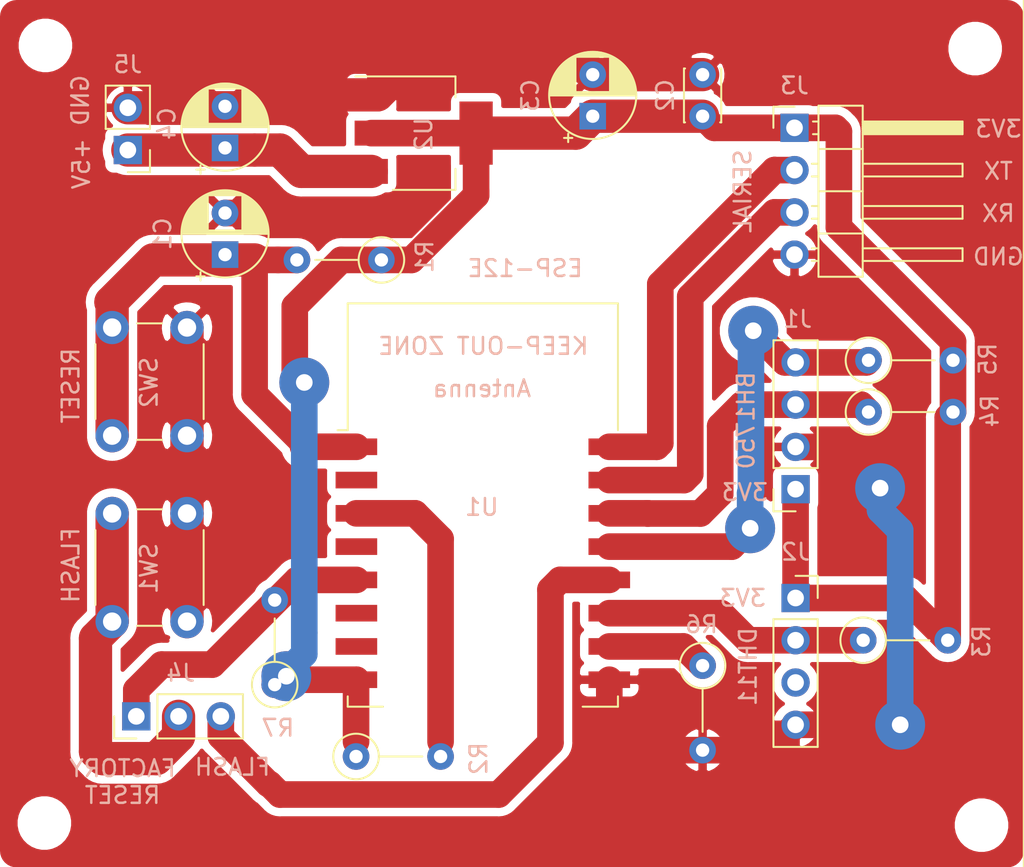
<source format=kicad_pcb>
(kicad_pcb (version 20171130) (host pcbnew "(5.1.2)-1")

  (general
    (thickness 1.6)
    (drawings 13)
    (tracks 145)
    (zones 0)
    (modules 24)
    (nets 20)
  )

  (page A4)
  (layers
    (0 F.Cu signal)
    (31 B.Cu signal hide)
    (32 B.Adhes user hide)
    (33 F.Adhes user hide)
    (34 B.Paste user hide)
    (35 F.Paste user hide)
    (36 B.SilkS user hide)
    (37 F.SilkS user hide)
    (38 B.Mask user hide)
    (39 F.Mask user hide)
    (40 Dwgs.User user hide)
    (41 Cmts.User user hide)
    (42 Eco1.User user hide)
    (43 Eco2.User user hide)
    (44 Edge.Cuts user hide)
    (45 Margin user hide)
    (46 B.CrtYd user hide)
    (47 F.CrtYd user hide)
    (48 B.Fab user hide)
    (49 F.Fab user hide)
  )

  (setup
    (last_trace_width 1.6)
    (user_trace_width 1.6)
    (trace_clearance 0.2)
    (zone_clearance 0.508)
    (zone_45_only no)
    (trace_min 0.2)
    (via_size 0.8)
    (via_drill 0.4)
    (via_min_size 0.4)
    (via_min_drill 0.3)
    (user_via 3 1)
    (uvia_size 0.3)
    (uvia_drill 0.1)
    (uvias_allowed no)
    (uvia_min_size 0.2)
    (uvia_min_drill 0.1)
    (edge_width 0.05)
    (segment_width 0.2)
    (pcb_text_width 0.3)
    (pcb_text_size 1.5 1.5)
    (mod_edge_width 0.12)
    (mod_text_size 1 1)
    (mod_text_width 0.15)
    (pad_size 1.6 1.6)
    (pad_drill 0.8)
    (pad_to_mask_clearance 0.051)
    (solder_mask_min_width 0.25)
    (aux_axis_origin 52.6796 101.092)
    (visible_elements 7FFFFFFF)
    (pcbplotparams
      (layerselection 0x00000_7fffffff)
      (usegerberextensions true)
      (usegerberattributes false)
      (usegerberadvancedattributes false)
      (creategerberjobfile false)
      (excludeedgelayer true)
      (linewidth 0.100000)
      (plotframeref false)
      (viasonmask false)
      (mode 1)
      (useauxorigin true)
      (hpglpennumber 1)
      (hpglpenspeed 20)
      (hpglpendiameter 15.000000)
      (psnegative false)
      (psa4output false)
      (plotreference false)
      (plotvalue false)
      (plotinvisibletext false)
      (padsonsilk false)
      (subtractmaskfromsilk false)
      (outputformat 1)
      (mirror false)
      (drillshape 0)
      (scaleselection 1)
      (outputdirectory "GERBER/"))
  )

  (net 0 "")
  (net 1 /3V3)
  (net 2 /GND)
  (net 3 /SCL)
  (net 4 /SDA)
  (net 5 /NC)
  (net 6 /DHT_DATA)
  (net 7 /TX)
  (net 8 /RX)
  (net 9 /RST)
  (net 10 "Net-(R2-Pad2)")
  (net 11 /GPIO0)
  (net 12 "Net-(U1-Pad2)")
  (net 13 "Net-(U1-Pad4)")
  (net 14 "Net-(U1-Pad6)")
  (net 15 "Net-(U1-Pad7)")
  (net 16 /5V)
  (net 17 /FACTORY_RST)
  (net 18 /INPUT_BUTTON)
  (net 19 "Net-(R6-Pad1)")

  (net_class Default "Esta es la clase de red por defecto."
    (clearance 0.2)
    (trace_width 0.25)
    (via_dia 0.8)
    (via_drill 0.4)
    (uvia_dia 0.3)
    (uvia_drill 0.1)
    (add_net /3V3)
    (add_net /5V)
    (add_net /DHT_DATA)
    (add_net /FACTORY_RST)
    (add_net /GND)
    (add_net /GPIO0)
    (add_net /INPUT_BUTTON)
    (add_net /NC)
    (add_net /RST)
    (add_net /RX)
    (add_net /SCL)
    (add_net /SDA)
    (add_net /TX)
    (add_net "Net-(R2-Pad2)")
    (add_net "Net-(R6-Pad1)")
    (add_net "Net-(U1-Pad2)")
    (add_net "Net-(U1-Pad4)")
    (add_net "Net-(U1-Pad6)")
    (add_net "Net-(U1-Pad7)")
  )

  (module Resistor_THT:R_Axial_DIN0207_L6.3mm_D2.5mm_P5.08mm_Vertical (layer F.Cu) (tedit 5D824328) (tstamp 5D82429A)
    (at 69.2785 90.043 90)
    (descr "Resistor, Axial_DIN0207 series, Axial, Vertical, pin pitch=5.08mm, 0.25W = 1/4W, length*diameter=6.3*2.5mm^2, http://cdn-reichelt.de/documents/datenblatt/B400/1_4W%23YAG.pdf")
    (tags "Resistor Axial_DIN0207 series Axial Vertical pin pitch 5.08mm 0.25W = 1/4W length 6.3mm diameter 2.5mm")
    (path /5D79AE50)
    (fp_text reference R7 (at -2.6035 0.1905 180) (layer B.SilkS)
      (effects (font (size 1 1) (thickness 0.15)) (justify mirror))
    )
    (fp_text value 10K (at -2.7305 0.381) (layer B.CrtYd)
      (effects (font (size 1 1) (thickness 0.15)))
    )
    (fp_text user %R (at 2.54 -2.37 90) (layer B.CrtYd)
      (effects (font (size 1 1) (thickness 0.15)))
    )
    (fp_line (start 6.13 -1.5) (end -1.5 -1.5) (layer F.CrtYd) (width 0.05))
    (fp_line (start 6.13 1.5) (end 6.13 -1.5) (layer F.CrtYd) (width 0.05))
    (fp_line (start -1.5 1.5) (end 6.13 1.5) (layer F.CrtYd) (width 0.05))
    (fp_line (start -1.5 -1.5) (end -1.5 1.5) (layer F.CrtYd) (width 0.05))
    (fp_line (start 1.37 0) (end 3.98 0) (layer F.SilkS) (width 0.12))
    (fp_line (start 0 0) (end 5.08 0) (layer F.Fab) (width 0.1))
    (fp_circle (center 0 0) (end 1.37 0) (layer F.SilkS) (width 0.12))
    (fp_circle (center 0 0) (end 1.25 0) (layer F.Fab) (width 0.1))
    (pad 2 thru_hole oval (at 5.08 0 90) (size 1.6 1.6) (drill 0.8) (layers *.Cu *.Mask)
      (net 17 /FACTORY_RST))
    (pad 1 thru_hole circle (at 0 0 90) (size 1.6 1.6) (drill 0.8) (layers *.Cu *.Mask)
      (net 1 /3V3))
    (model ${KISYS3DMOD}/Resistor_THT.3dshapes/R_Axial_DIN0207_L6.3mm_D2.5mm_P5.08mm_Vertical.wrl
      (at (xyz 0 0 0))
      (scale (xyz 1 1 1))
      (rotate (xyz 0 0 0))
    )
  )

  (module Connector_PinHeader_2.54mm:PinHeader_1x04_P2.54mm_Horizontal (layer F.Cu) (tedit 59FED5CB) (tstamp 5D7AFD9A)
    (at 100.5205 56.5785)
    (descr "Through hole angled pin header, 1x04, 2.54mm pitch, 6mm pin length, single row")
    (tags "Through hole angled pin header THT 1x04 2.54mm single row")
    (path /5D7ACA73)
    (fp_text reference J3 (at 0 -2.54 -180) (layer B.SilkS)
      (effects (font (size 1 1) (thickness 0.15)) (justify mirror))
    )
    (fp_text value SERIAL (at -3.1115 3.81 -90) (layer B.SilkS)
      (effects (font (size 1 1) (thickness 0.15)) (justify mirror))
    )
    (fp_line (start 2.135 -1.27) (end 4.04 -1.27) (layer F.Fab) (width 0.1))
    (fp_line (start 4.04 -1.27) (end 4.04 8.89) (layer F.Fab) (width 0.1))
    (fp_line (start 4.04 8.89) (end 1.5 8.89) (layer F.Fab) (width 0.1))
    (fp_line (start 1.5 8.89) (end 1.5 -0.635) (layer F.Fab) (width 0.1))
    (fp_line (start 1.5 -0.635) (end 2.135 -1.27) (layer F.Fab) (width 0.1))
    (fp_line (start -0.32 -0.32) (end 1.5 -0.32) (layer F.Fab) (width 0.1))
    (fp_line (start -0.32 -0.32) (end -0.32 0.32) (layer F.Fab) (width 0.1))
    (fp_line (start -0.32 0.32) (end 1.5 0.32) (layer F.Fab) (width 0.1))
    (fp_line (start 4.04 -0.32) (end 10.04 -0.32) (layer F.Fab) (width 0.1))
    (fp_line (start 10.04 -0.32) (end 10.04 0.32) (layer F.Fab) (width 0.1))
    (fp_line (start 4.04 0.32) (end 10.04 0.32) (layer F.Fab) (width 0.1))
    (fp_line (start -0.32 2.22) (end 1.5 2.22) (layer F.Fab) (width 0.1))
    (fp_line (start -0.32 2.22) (end -0.32 2.86) (layer F.Fab) (width 0.1))
    (fp_line (start -0.32 2.86) (end 1.5 2.86) (layer F.Fab) (width 0.1))
    (fp_line (start 4.04 2.22) (end 10.04 2.22) (layer F.Fab) (width 0.1))
    (fp_line (start 10.04 2.22) (end 10.04 2.86) (layer F.Fab) (width 0.1))
    (fp_line (start 4.04 2.86) (end 10.04 2.86) (layer F.Fab) (width 0.1))
    (fp_line (start -0.32 4.76) (end 1.5 4.76) (layer F.Fab) (width 0.1))
    (fp_line (start -0.32 4.76) (end -0.32 5.4) (layer F.Fab) (width 0.1))
    (fp_line (start -0.32 5.4) (end 1.5 5.4) (layer F.Fab) (width 0.1))
    (fp_line (start 4.04 4.76) (end 10.04 4.76) (layer F.Fab) (width 0.1))
    (fp_line (start 10.04 4.76) (end 10.04 5.4) (layer F.Fab) (width 0.1))
    (fp_line (start 4.04 5.4) (end 10.04 5.4) (layer F.Fab) (width 0.1))
    (fp_line (start -0.32 7.3) (end 1.5 7.3) (layer F.Fab) (width 0.1))
    (fp_line (start -0.32 7.3) (end -0.32 7.94) (layer F.Fab) (width 0.1))
    (fp_line (start -0.32 7.94) (end 1.5 7.94) (layer F.Fab) (width 0.1))
    (fp_line (start 4.04 7.3) (end 10.04 7.3) (layer F.Fab) (width 0.1))
    (fp_line (start 10.04 7.3) (end 10.04 7.94) (layer F.Fab) (width 0.1))
    (fp_line (start 4.04 7.94) (end 10.04 7.94) (layer F.Fab) (width 0.1))
    (fp_line (start 1.44 -1.33) (end 1.44 8.95) (layer F.SilkS) (width 0.12))
    (fp_line (start 1.44 8.95) (end 4.1 8.95) (layer F.SilkS) (width 0.12))
    (fp_line (start 4.1 8.95) (end 4.1 -1.33) (layer F.SilkS) (width 0.12))
    (fp_line (start 4.1 -1.33) (end 1.44 -1.33) (layer F.SilkS) (width 0.12))
    (fp_line (start 4.1 -0.38) (end 10.1 -0.38) (layer F.SilkS) (width 0.12))
    (fp_line (start 10.1 -0.38) (end 10.1 0.38) (layer F.SilkS) (width 0.12))
    (fp_line (start 10.1 0.38) (end 4.1 0.38) (layer F.SilkS) (width 0.12))
    (fp_line (start 4.1 -0.32) (end 10.1 -0.32) (layer F.SilkS) (width 0.12))
    (fp_line (start 4.1 -0.2) (end 10.1 -0.2) (layer F.SilkS) (width 0.12))
    (fp_line (start 4.1 -0.08) (end 10.1 -0.08) (layer F.SilkS) (width 0.12))
    (fp_line (start 4.1 0.04) (end 10.1 0.04) (layer F.SilkS) (width 0.12))
    (fp_line (start 4.1 0.16) (end 10.1 0.16) (layer F.SilkS) (width 0.12))
    (fp_line (start 4.1 0.28) (end 10.1 0.28) (layer F.SilkS) (width 0.12))
    (fp_line (start 1.11 -0.38) (end 1.44 -0.38) (layer F.SilkS) (width 0.12))
    (fp_line (start 1.11 0.38) (end 1.44 0.38) (layer F.SilkS) (width 0.12))
    (fp_line (start 1.44 1.27) (end 4.1 1.27) (layer F.SilkS) (width 0.12))
    (fp_line (start 4.1 2.16) (end 10.1 2.16) (layer F.SilkS) (width 0.12))
    (fp_line (start 10.1 2.16) (end 10.1 2.92) (layer F.SilkS) (width 0.12))
    (fp_line (start 10.1 2.92) (end 4.1 2.92) (layer F.SilkS) (width 0.12))
    (fp_line (start 1.042929 2.16) (end 1.44 2.16) (layer F.SilkS) (width 0.12))
    (fp_line (start 1.042929 2.92) (end 1.44 2.92) (layer F.SilkS) (width 0.12))
    (fp_line (start 1.44 3.81) (end 4.1 3.81) (layer F.SilkS) (width 0.12))
    (fp_line (start 4.1 4.7) (end 10.1 4.7) (layer F.SilkS) (width 0.12))
    (fp_line (start 10.1 4.7) (end 10.1 5.46) (layer F.SilkS) (width 0.12))
    (fp_line (start 10.1 5.46) (end 4.1 5.46) (layer F.SilkS) (width 0.12))
    (fp_line (start 1.042929 4.7) (end 1.44 4.7) (layer F.SilkS) (width 0.12))
    (fp_line (start 1.042929 5.46) (end 1.44 5.46) (layer F.SilkS) (width 0.12))
    (fp_line (start 1.44 6.35) (end 4.1 6.35) (layer F.SilkS) (width 0.12))
    (fp_line (start 4.1 7.24) (end 10.1 7.24) (layer F.SilkS) (width 0.12))
    (fp_line (start 10.1 7.24) (end 10.1 8) (layer F.SilkS) (width 0.12))
    (fp_line (start 10.1 8) (end 4.1 8) (layer F.SilkS) (width 0.12))
    (fp_line (start 1.042929 7.24) (end 1.44 7.24) (layer F.SilkS) (width 0.12))
    (fp_line (start 1.042929 8) (end 1.44 8) (layer F.SilkS) (width 0.12))
    (fp_line (start -1.27 0) (end -1.27 -1.27) (layer F.SilkS) (width 0.12))
    (fp_line (start -1.27 -1.27) (end 0 -1.27) (layer F.SilkS) (width 0.12))
    (fp_line (start -1.8 -1.8) (end -1.8 9.4) (layer F.CrtYd) (width 0.05))
    (fp_line (start -1.8 9.4) (end 10.55 9.4) (layer F.CrtYd) (width 0.05))
    (fp_line (start 10.55 9.4) (end 10.55 -1.8) (layer F.CrtYd) (width 0.05))
    (fp_line (start 10.55 -1.8) (end -1.8 -1.8) (layer F.CrtYd) (width 0.05))
    (fp_text user %R (at 2.77 3.81 90) (layer B.CrtYd)
      (effects (font (size 1 1) (thickness 0.15)))
    )
    (pad 1 thru_hole rect (at 0 0) (size 1.7 1.7) (drill 1) (layers *.Cu *.Mask)
      (net 1 /3V3))
    (pad 2 thru_hole oval (at 0 2.54) (size 1.7 1.7) (drill 1) (layers *.Cu *.Mask)
      (net 7 /TX))
    (pad 3 thru_hole oval (at 0 5.08) (size 1.7 1.7) (drill 1) (layers *.Cu *.Mask)
      (net 8 /RX))
    (pad 4 thru_hole oval (at 0 7.62) (size 1.7 1.7) (drill 1) (layers *.Cu *.Mask)
      (net 2 /GND))
    (model ${KISYS3DMOD}/Connector_PinHeader_2.54mm.3dshapes/PinHeader_1x04_P2.54mm_Horizontal.wrl
      (at (xyz 0 0 0))
      (scale (xyz 1 1 1))
      (rotate (xyz 0 0 0))
    )
  )

  (module MountingHole:MountingHole_2.2mm_M2 (layer F.Cu) (tedit 56D1B4CB) (tstamp 5D7BB7F7)
    (at 111.379 51.816)
    (descr "Mounting Hole 2.2mm, no annular, M2")
    (tags "mounting hole 2.2mm no annular m2")
    (attr virtual)
    (fp_text reference REF** (at 0 -3.2) (layer B.Fab)
      (effects (font (size 1 1) (thickness 0.15)))
    )
    (fp_text value MountingHole_2.2mm_M2 (at 0 3.2) (layer B.Fab)
      (effects (font (size 1 1) (thickness 0.15)))
    )
    (fp_text user %R (at 0.3 0) (layer B.Fab)
      (effects (font (size 1 1) (thickness 0.15)))
    )
    (fp_circle (center 0 0) (end 2.2 0) (layer Cmts.User) (width 0.15))
    (fp_circle (center 0 0) (end 2.45 0) (layer F.CrtYd) (width 0.05))
    (pad 1 np_thru_hole circle (at 0 0) (size 2.2 2.2) (drill 2.2) (layers *.Cu *.Mask))
  )

  (module MountingHole:MountingHole_2.2mm_M2 (layer F.Cu) (tedit 5D8246CC) (tstamp 5D7BB7E9)
    (at 111.76 98.4885)
    (descr "Mounting Hole 2.2mm, no annular, M2")
    (tags "mounting hole 2.2mm no annular m2")
    (attr virtual)
    (fp_text reference REF** (at 0 -3.2) (layer B.Fab)
      (effects (font (size 1 1) (thickness 0.15)))
    )
    (fp_text value MountingHole_2.2mm_M2 (at 0 3.2) (layer B.Fab)
      (effects (font (size 1 1) (thickness 0.15)))
    )
    (fp_circle (center 0 0) (end 2.45 0) (layer F.CrtYd) (width 0.05))
    (fp_circle (center 0 0) (end 2.2 0) (layer Cmts.User) (width 0.15))
    (fp_text user %R (at 0.3 0) (layer B.Fab)
      (effects (font (size 1 1) (thickness 0.15)))
    )
    (pad "" np_thru_hole circle (at 0 0) (size 2.2 2.2) (drill 2.2) (layers *.Cu *.Mask))
  )

  (module MountingHole:MountingHole_2.2mm_M2 (layer F.Cu) (tedit 56D1B4CB) (tstamp 5D7BB7DB)
    (at 55.4355 98.3615)
    (descr "Mounting Hole 2.2mm, no annular, M2")
    (tags "mounting hole 2.2mm no annular m2")
    (attr virtual)
    (fp_text reference REF** (at 0 -3.2) (layer B.Fab)
      (effects (font (size 1 1) (thickness 0.15)))
    )
    (fp_text value MountingHole_2.2mm_M2 (at 0 3.2) (layer B.Fab)
      (effects (font (size 1 1) (thickness 0.15)))
    )
    (fp_text user %R (at 0.3 0) (layer B.Fab)
      (effects (font (size 1 1) (thickness 0.15)))
    )
    (fp_circle (center 0 0) (end 2.2 0) (layer Cmts.User) (width 0.15))
    (fp_circle (center 0 0) (end 2.45 0) (layer F.CrtYd) (width 0.05))
    (pad 1 np_thru_hole circle (at 0 0) (size 2.2 2.2) (drill 2.2) (layers *.Cu *.Mask))
  )

  (module MountingHole:MountingHole_2.2mm_M2 (layer F.Cu) (tedit 56D1B4CB) (tstamp 5D7BB7BA)
    (at 55.499 51.6255)
    (descr "Mounting Hole 2.2mm, no annular, M2")
    (tags "mounting hole 2.2mm no annular m2")
    (attr virtual)
    (fp_text reference REF** (at 0 -3.2) (layer B.Fab)
      (effects (font (size 1 1) (thickness 0.15)))
    )
    (fp_text value MountingHole_2.2mm_M2 (at 0 3.2) (layer B.Fab)
      (effects (font (size 1 1) (thickness 0.15)))
    )
    (fp_circle (center 0 0) (end 2.45 0) (layer F.CrtYd) (width 0.05))
    (fp_circle (center 0 0) (end 2.2 0) (layer Cmts.User) (width 0.15))
    (fp_text user %R (at 0.3 0) (layer B.Fab)
      (effects (font (size 1 1) (thickness 0.15)))
    )
    (pad 1 np_thru_hole circle (at 0 0) (size 2.2 2.2) (drill 2.2) (layers *.Cu *.Mask))
  )

  (module RF_Module:ESP-12E (layer F.Cu) (tedit 5D7AC8AC) (tstamp 5D79F889)
    (at 81.788 79.248)
    (descr "Wi-Fi Module, http://wiki.ai-thinker.com/_media/esp8266/docs/aithinker_esp_12f_datasheet_en.pdf")
    (tags "Wi-Fi Module")
    (path /5D799B33)
    (attr smd)
    (fp_text reference U1 (at -0.0635 0.127) (layer B.SilkS)
      (effects (font (size 1 1) (thickness 0.15)) (justify mirror))
    )
    (fp_text value ESP-12E (at 2.54 -14.224) (layer B.SilkS)
      (effects (font (size 1 1) (thickness 0.15)) (justify mirror))
    )
    (fp_text user Antenna (at -0.06 -7 -180) (layer B.SilkS)
      (effects (font (size 1 1) (thickness 0.15)) (justify mirror))
    )
    (fp_text user "KEEP-OUT ZONE" (at 0.03 -9.55 -180) (layer B.SilkS)
      (effects (font (size 1 1) (thickness 0.15)) (justify mirror))
    )
    (fp_text user %R (at 0.49 -0.8) (layer B.CrtYd)
      (effects (font (size 1 1) (thickness 0.15)))
    )
    (fp_line (start -8 -12) (end 8 -12) (layer F.Fab) (width 0.12))
    (fp_line (start 8 -12) (end 8 12) (layer F.Fab) (width 0.12))
    (fp_line (start 8 12) (end -8 12) (layer F.Fab) (width 0.12))
    (fp_line (start -8 12) (end -8 -3) (layer F.Fab) (width 0.12))
    (fp_line (start -8 -3) (end -7.5 -3.5) (layer F.Fab) (width 0.12))
    (fp_line (start -7.5 -3.5) (end -8 -4) (layer F.Fab) (width 0.12))
    (fp_line (start -8 -4) (end -8 -12) (layer F.Fab) (width 0.12))
    (fp_line (start -9.05 -12.2) (end 9.05 -12.2) (layer F.CrtYd) (width 0.05))
    (fp_line (start 9.05 -12.2) (end 9.05 13.1) (layer F.CrtYd) (width 0.05))
    (fp_line (start 9.05 13.1) (end -9.05 13.1) (layer F.CrtYd) (width 0.05))
    (fp_line (start -9.05 13.1) (end -9.05 -12.2) (layer F.CrtYd) (width 0.05))
    (fp_line (start -8.12 -12.12) (end 8.12 -12.12) (layer F.SilkS) (width 0.12))
    (fp_line (start 8.12 -12.12) (end 8.12 -4.5) (layer F.SilkS) (width 0.12))
    (fp_line (start 8.12 11.5) (end 8.12 12.12) (layer F.SilkS) (width 0.12))
    (fp_line (start 8.12 12.12) (end 6 12.12) (layer F.SilkS) (width 0.12))
    (fp_line (start -6 12.12) (end -8.12 12.12) (layer F.SilkS) (width 0.12))
    (fp_line (start -8.12 12.12) (end -8.12 11.5) (layer F.SilkS) (width 0.12))
    (fp_line (start -8.12 -4.5) (end -8.12 -12.12) (layer F.SilkS) (width 0.12))
    (fp_line (start -8.12 -4.5) (end -8.73 -4.5) (layer F.SilkS) (width 0.12))
    (fp_line (start -8.12 -12.12) (end 8.12 -12.12) (layer Dwgs.User) (width 0.12))
    (fp_line (start 8.12 -12.12) (end 8.12 -4.8) (layer Dwgs.User) (width 0.12))
    (fp_line (start 8.12 -4.8) (end -8.12 -4.8) (layer Dwgs.User) (width 0.12))
    (fp_line (start -8.12 -4.8) (end -8.12 -12.12) (layer Dwgs.User) (width 0.12))
    (fp_line (start -8.12 -9.12) (end -5.12 -12.12) (layer Dwgs.User) (width 0.12))
    (fp_line (start -8.12 -6.12) (end -2.12 -12.12) (layer Dwgs.User) (width 0.12))
    (fp_line (start -6.44 -4.8) (end 0.88 -12.12) (layer Dwgs.User) (width 0.12))
    (fp_line (start -3.44 -4.8) (end 3.88 -12.12) (layer Dwgs.User) (width 0.12))
    (fp_line (start -0.44 -4.8) (end 6.88 -12.12) (layer Dwgs.User) (width 0.12))
    (fp_line (start 2.56 -4.8) (end 8.12 -10.36) (layer Dwgs.User) (width 0.12))
    (fp_line (start 5.56 -4.8) (end 8.12 -7.36) (layer Dwgs.User) (width 0.12))
    (pad 1 smd rect (at -7.6 -3.5) (size 2.5 1) (layers F.Cu F.Paste F.Mask)
      (net 9 /RST))
    (pad 2 smd rect (at -7.6 -1.5) (size 2.5 1) (layers F.Cu F.Paste F.Mask)
      (net 12 "Net-(U1-Pad2)"))
    (pad 3 smd rect (at -7.6 0.5) (size 2.5 1) (layers F.Cu F.Paste F.Mask)
      (net 10 "Net-(R2-Pad2)"))
    (pad 4 smd rect (at -7.6 2.5) (size 2.5 1) (layers F.Cu F.Paste F.Mask)
      (net 13 "Net-(U1-Pad4)"))
    (pad 5 smd rect (at -7.6 4.5) (size 2.5 1) (layers F.Cu F.Paste F.Mask)
      (net 17 /FACTORY_RST))
    (pad 6 smd rect (at -7.6 6.5) (size 2.5 1) (layers F.Cu F.Paste F.Mask)
      (net 14 "Net-(U1-Pad6)"))
    (pad 7 smd rect (at -7.6 8.5) (size 2.5 1) (layers F.Cu F.Paste F.Mask)
      (net 15 "Net-(U1-Pad7)"))
    (pad 8 smd rect (at -7.6 10.5) (size 2.5 1) (layers F.Cu F.Paste F.Mask)
      (net 1 /3V3))
    (pad 15 smd rect (at 7.6 10.5) (size 2.5 1) (layers F.Cu F.Paste F.Mask)
      (net 2 /GND))
    (pad 16 smd rect (at 7.6 8.5) (size 2.5 1) (layers F.Cu F.Paste F.Mask)
      (net 19 "Net-(R6-Pad1)"))
    (pad 17 smd rect (at 7.6 6.5) (size 2.5 1) (layers F.Cu F.Paste F.Mask)
      (net 6 /DHT_DATA))
    (pad 18 smd rect (at 7.6 4.5) (size 2.5 1) (layers F.Cu F.Paste F.Mask)
      (net 11 /GPIO0))
    (pad 19 smd rect (at 7.6 2.5) (size 2.5 1) (layers F.Cu F.Paste F.Mask)
      (net 3 /SCL))
    (pad 20 smd rect (at 7.6 0.5) (size 2.5 1) (layers F.Cu F.Paste F.Mask)
      (net 4 /SDA))
    (pad 21 smd rect (at 7.6 -1.5) (size 2.5 1) (layers F.Cu F.Paste F.Mask)
      (net 8 /RX))
    (pad 22 smd rect (at 7.6 -3.5) (size 2.5 1) (layers F.Cu F.Paste F.Mask)
      (net 7 /TX))
    (model ${KISYS3DMOD}/RF_Module.3dshapes/ESP-12E.wrl
      (at (xyz 0 0 0))
      (scale (xyz 1 1 1))
      (rotate (xyz 0 0 0))
    )
  )

  (module Button_Switch_THT:SW_PUSH_6mm (layer F.Cu) (tedit 5A02FE31) (tstamp 5D79FBEA)
    (at 64.008 79.756 270)
    (descr https://www.omron.com/ecb/products/pdf/en-b3f.pdf)
    (tags "tact sw push 6mm")
    (path /5D79D187)
    (fp_text reference SW1 (at 3.302 2.286 90) (layer B.SilkS)
      (effects (font (size 1 1) (thickness 0.15)) (justify mirror))
    )
    (fp_text value FLASH (at 3.1115 6.985 90) (layer B.SilkS)
      (effects (font (size 1 1) (thickness 0.15)) (justify mirror))
    )
    (fp_circle (center 3.25 2.25) (end 1.25 2.5) (layer F.Fab) (width 0.1))
    (fp_line (start 6.75 3) (end 6.75 1.5) (layer F.SilkS) (width 0.12))
    (fp_line (start 5.5 -1) (end 1 -1) (layer F.SilkS) (width 0.12))
    (fp_line (start -0.25 1.5) (end -0.25 3) (layer F.SilkS) (width 0.12))
    (fp_line (start 1 5.5) (end 5.5 5.5) (layer F.SilkS) (width 0.12))
    (fp_line (start 8 -1.25) (end 8 5.75) (layer F.CrtYd) (width 0.05))
    (fp_line (start 7.75 6) (end -1.25 6) (layer F.CrtYd) (width 0.05))
    (fp_line (start -1.5 5.75) (end -1.5 -1.25) (layer F.CrtYd) (width 0.05))
    (fp_line (start -1.25 -1.5) (end 7.75 -1.5) (layer F.CrtYd) (width 0.05))
    (fp_line (start -1.5 6) (end -1.25 6) (layer F.CrtYd) (width 0.05))
    (fp_line (start -1.5 5.75) (end -1.5 6) (layer F.CrtYd) (width 0.05))
    (fp_line (start -1.5 -1.5) (end -1.25 -1.5) (layer F.CrtYd) (width 0.05))
    (fp_line (start -1.5 -1.25) (end -1.5 -1.5) (layer F.CrtYd) (width 0.05))
    (fp_line (start 8 -1.5) (end 8 -1.25) (layer F.CrtYd) (width 0.05))
    (fp_line (start 7.75 -1.5) (end 8 -1.5) (layer F.CrtYd) (width 0.05))
    (fp_line (start 8 6) (end 8 5.75) (layer F.CrtYd) (width 0.05))
    (fp_line (start 7.75 6) (end 8 6) (layer F.CrtYd) (width 0.05))
    (fp_line (start 0.25 -0.75) (end 3.25 -0.75) (layer F.Fab) (width 0.1))
    (fp_line (start 0.25 5.25) (end 0.25 -0.75) (layer F.Fab) (width 0.1))
    (fp_line (start 6.25 5.25) (end 0.25 5.25) (layer F.Fab) (width 0.1))
    (fp_line (start 6.25 -0.75) (end 6.25 5.25) (layer F.Fab) (width 0.1))
    (fp_line (start 3.25 -0.75) (end 6.25 -0.75) (layer F.Fab) (width 0.1))
    (fp_text user %R (at 3.25 2.25 90) (layer B.CrtYd)
      (effects (font (size 1 1) (thickness 0.15)))
    )
    (pad 1 thru_hole circle (at 6.5 0) (size 2 2) (drill 1.1) (layers *.Cu *.Mask)
      (net 2 /GND))
    (pad 2 thru_hole circle (at 6.5 4.5) (size 2 2) (drill 1.1) (layers *.Cu *.Mask)
      (net 18 /INPUT_BUTTON))
    (pad 1 thru_hole circle (at 0 0) (size 2 2) (drill 1.1) (layers *.Cu *.Mask)
      (net 2 /GND))
    (pad 2 thru_hole circle (at 0 4.5) (size 2 2) (drill 1.1) (layers *.Cu *.Mask)
      (net 18 /INPUT_BUTTON))
    (model ${KISYS3DMOD}/Button_Switch_THT.3dshapes/SW_PUSH_6mm.wrl
      (at (xyz 0 0 0))
      (scale (xyz 1 1 1))
      (rotate (xyz 0 0 0))
    )
  )

  (module Button_Switch_THT:SW_PUSH_6mm (layer F.Cu) (tedit 5A02FE31) (tstamp 5D7AAFDD)
    (at 64.008 68.58 270)
    (descr https://www.omron.com/ecb/products/pdf/en-b3f.pdf)
    (tags "tact sw push 6mm")
    (path /5D79E0A0)
    (fp_text reference SW2 (at 3.302 2.286 90) (layer B.SilkS)
      (effects (font (size 1 1) (thickness 0.15)) (justify mirror))
    )
    (fp_text value RESET (at 3.4925 6.985 90) (layer B.SilkS)
      (effects (font (size 1 1) (thickness 0.15)) (justify mirror))
    )
    (fp_text user %R (at 3.25 2.25 90) (layer B.CrtYd)
      (effects (font (size 1 1) (thickness 0.15)))
    )
    (fp_line (start 3.25 -0.75) (end 6.25 -0.75) (layer F.Fab) (width 0.1))
    (fp_line (start 6.25 -0.75) (end 6.25 5.25) (layer F.Fab) (width 0.1))
    (fp_line (start 6.25 5.25) (end 0.25 5.25) (layer F.Fab) (width 0.1))
    (fp_line (start 0.25 5.25) (end 0.25 -0.75) (layer F.Fab) (width 0.1))
    (fp_line (start 0.25 -0.75) (end 3.25 -0.75) (layer F.Fab) (width 0.1))
    (fp_line (start 7.75 6) (end 8 6) (layer F.CrtYd) (width 0.05))
    (fp_line (start 8 6) (end 8 5.75) (layer F.CrtYd) (width 0.05))
    (fp_line (start 7.75 -1.5) (end 8 -1.5) (layer F.CrtYd) (width 0.05))
    (fp_line (start 8 -1.5) (end 8 -1.25) (layer F.CrtYd) (width 0.05))
    (fp_line (start -1.5 -1.25) (end -1.5 -1.5) (layer F.CrtYd) (width 0.05))
    (fp_line (start -1.5 -1.5) (end -1.25 -1.5) (layer F.CrtYd) (width 0.05))
    (fp_line (start -1.5 5.75) (end -1.5 6) (layer F.CrtYd) (width 0.05))
    (fp_line (start -1.5 6) (end -1.25 6) (layer F.CrtYd) (width 0.05))
    (fp_line (start -1.25 -1.5) (end 7.75 -1.5) (layer F.CrtYd) (width 0.05))
    (fp_line (start -1.5 5.75) (end -1.5 -1.25) (layer F.CrtYd) (width 0.05))
    (fp_line (start 7.75 6) (end -1.25 6) (layer F.CrtYd) (width 0.05))
    (fp_line (start 8 -1.25) (end 8 5.75) (layer F.CrtYd) (width 0.05))
    (fp_line (start 1 5.5) (end 5.5 5.5) (layer F.SilkS) (width 0.12))
    (fp_line (start -0.25 1.5) (end -0.25 3) (layer F.SilkS) (width 0.12))
    (fp_line (start 5.5 -1) (end 1 -1) (layer F.SilkS) (width 0.12))
    (fp_line (start 6.75 3) (end 6.75 1.5) (layer F.SilkS) (width 0.12))
    (fp_circle (center 3.25 2.25) (end 1.25 2.5) (layer F.Fab) (width 0.1))
    (pad 2 thru_hole circle (at 0 4.5) (size 2 2) (drill 1.1) (layers *.Cu *.Mask)
      (net 9 /RST))
    (pad 1 thru_hole circle (at 0 0) (size 2 2) (drill 1.1) (layers *.Cu *.Mask)
      (net 2 /GND))
    (pad 2 thru_hole circle (at 6.5 4.5) (size 2 2) (drill 1.1) (layers *.Cu *.Mask)
      (net 9 /RST))
    (pad 1 thru_hole circle (at 6.5 0) (size 2 2) (drill 1.1) (layers *.Cu *.Mask)
      (net 2 /GND))
    (model ${KISYS3DMOD}/Button_Switch_THT.3dshapes/SW_PUSH_6mm.wrl
      (at (xyz 0 0 0))
      (scale (xyz 1 1 1))
      (rotate (xyz 0 0 0))
    )
  )

  (module Capacitor_THT:CP_Radial_D5.0mm_P2.50mm (layer F.Cu) (tedit 5AE50EF0) (tstamp 5D7AAA5B)
    (at 66.294 64.1985 90)
    (descr "CP, Radial series, Radial, pin pitch=2.50mm, , diameter=5mm, Electrolytic Capacitor")
    (tags "CP Radial series Radial pin pitch 2.50mm  diameter 5mm Electrolytic Capacitor")
    (path /5D7A3683)
    (fp_text reference C1 (at 1.25 -3.75 90) (layer B.SilkS)
      (effects (font (size 1 1) (thickness 0.15)) (justify mirror))
    )
    (fp_text value 100nF (at 1.3335 -3.7465 90) (layer B.CrtYd)
      (effects (font (size 1 1) (thickness 0.15)))
    )
    (fp_text user %R (at 1.25 0 90) (layer B.CrtYd)
      (effects (font (size 1 1) (thickness 0.15)))
    )
    (fp_line (start -1.304775 -1.725) (end -1.304775 -1.225) (layer F.SilkS) (width 0.12))
    (fp_line (start -1.554775 -1.475) (end -1.054775 -1.475) (layer F.SilkS) (width 0.12))
    (fp_line (start 3.851 -0.284) (end 3.851 0.284) (layer F.SilkS) (width 0.12))
    (fp_line (start 3.811 -0.518) (end 3.811 0.518) (layer F.SilkS) (width 0.12))
    (fp_line (start 3.771 -0.677) (end 3.771 0.677) (layer F.SilkS) (width 0.12))
    (fp_line (start 3.731 -0.805) (end 3.731 0.805) (layer F.SilkS) (width 0.12))
    (fp_line (start 3.691 -0.915) (end 3.691 0.915) (layer F.SilkS) (width 0.12))
    (fp_line (start 3.651 -1.011) (end 3.651 1.011) (layer F.SilkS) (width 0.12))
    (fp_line (start 3.611 -1.098) (end 3.611 1.098) (layer F.SilkS) (width 0.12))
    (fp_line (start 3.571 -1.178) (end 3.571 1.178) (layer F.SilkS) (width 0.12))
    (fp_line (start 3.531 1.04) (end 3.531 1.251) (layer F.SilkS) (width 0.12))
    (fp_line (start 3.531 -1.251) (end 3.531 -1.04) (layer F.SilkS) (width 0.12))
    (fp_line (start 3.491 1.04) (end 3.491 1.319) (layer F.SilkS) (width 0.12))
    (fp_line (start 3.491 -1.319) (end 3.491 -1.04) (layer F.SilkS) (width 0.12))
    (fp_line (start 3.451 1.04) (end 3.451 1.383) (layer F.SilkS) (width 0.12))
    (fp_line (start 3.451 -1.383) (end 3.451 -1.04) (layer F.SilkS) (width 0.12))
    (fp_line (start 3.411 1.04) (end 3.411 1.443) (layer F.SilkS) (width 0.12))
    (fp_line (start 3.411 -1.443) (end 3.411 -1.04) (layer F.SilkS) (width 0.12))
    (fp_line (start 3.371 1.04) (end 3.371 1.5) (layer F.SilkS) (width 0.12))
    (fp_line (start 3.371 -1.5) (end 3.371 -1.04) (layer F.SilkS) (width 0.12))
    (fp_line (start 3.331 1.04) (end 3.331 1.554) (layer F.SilkS) (width 0.12))
    (fp_line (start 3.331 -1.554) (end 3.331 -1.04) (layer F.SilkS) (width 0.12))
    (fp_line (start 3.291 1.04) (end 3.291 1.605) (layer F.SilkS) (width 0.12))
    (fp_line (start 3.291 -1.605) (end 3.291 -1.04) (layer F.SilkS) (width 0.12))
    (fp_line (start 3.251 1.04) (end 3.251 1.653) (layer F.SilkS) (width 0.12))
    (fp_line (start 3.251 -1.653) (end 3.251 -1.04) (layer F.SilkS) (width 0.12))
    (fp_line (start 3.211 1.04) (end 3.211 1.699) (layer F.SilkS) (width 0.12))
    (fp_line (start 3.211 -1.699) (end 3.211 -1.04) (layer F.SilkS) (width 0.12))
    (fp_line (start 3.171 1.04) (end 3.171 1.743) (layer F.SilkS) (width 0.12))
    (fp_line (start 3.171 -1.743) (end 3.171 -1.04) (layer F.SilkS) (width 0.12))
    (fp_line (start 3.131 1.04) (end 3.131 1.785) (layer F.SilkS) (width 0.12))
    (fp_line (start 3.131 -1.785) (end 3.131 -1.04) (layer F.SilkS) (width 0.12))
    (fp_line (start 3.091 1.04) (end 3.091 1.826) (layer F.SilkS) (width 0.12))
    (fp_line (start 3.091 -1.826) (end 3.091 -1.04) (layer F.SilkS) (width 0.12))
    (fp_line (start 3.051 1.04) (end 3.051 1.864) (layer F.SilkS) (width 0.12))
    (fp_line (start 3.051 -1.864) (end 3.051 -1.04) (layer F.SilkS) (width 0.12))
    (fp_line (start 3.011 1.04) (end 3.011 1.901) (layer F.SilkS) (width 0.12))
    (fp_line (start 3.011 -1.901) (end 3.011 -1.04) (layer F.SilkS) (width 0.12))
    (fp_line (start 2.971 1.04) (end 2.971 1.937) (layer F.SilkS) (width 0.12))
    (fp_line (start 2.971 -1.937) (end 2.971 -1.04) (layer F.SilkS) (width 0.12))
    (fp_line (start 2.931 1.04) (end 2.931 1.971) (layer F.SilkS) (width 0.12))
    (fp_line (start 2.931 -1.971) (end 2.931 -1.04) (layer F.SilkS) (width 0.12))
    (fp_line (start 2.891 1.04) (end 2.891 2.004) (layer F.SilkS) (width 0.12))
    (fp_line (start 2.891 -2.004) (end 2.891 -1.04) (layer F.SilkS) (width 0.12))
    (fp_line (start 2.851 1.04) (end 2.851 2.035) (layer F.SilkS) (width 0.12))
    (fp_line (start 2.851 -2.035) (end 2.851 -1.04) (layer F.SilkS) (width 0.12))
    (fp_line (start 2.811 1.04) (end 2.811 2.065) (layer F.SilkS) (width 0.12))
    (fp_line (start 2.811 -2.065) (end 2.811 -1.04) (layer F.SilkS) (width 0.12))
    (fp_line (start 2.771 1.04) (end 2.771 2.095) (layer F.SilkS) (width 0.12))
    (fp_line (start 2.771 -2.095) (end 2.771 -1.04) (layer F.SilkS) (width 0.12))
    (fp_line (start 2.731 1.04) (end 2.731 2.122) (layer F.SilkS) (width 0.12))
    (fp_line (start 2.731 -2.122) (end 2.731 -1.04) (layer F.SilkS) (width 0.12))
    (fp_line (start 2.691 1.04) (end 2.691 2.149) (layer F.SilkS) (width 0.12))
    (fp_line (start 2.691 -2.149) (end 2.691 -1.04) (layer F.SilkS) (width 0.12))
    (fp_line (start 2.651 1.04) (end 2.651 2.175) (layer F.SilkS) (width 0.12))
    (fp_line (start 2.651 -2.175) (end 2.651 -1.04) (layer F.SilkS) (width 0.12))
    (fp_line (start 2.611 1.04) (end 2.611 2.2) (layer F.SilkS) (width 0.12))
    (fp_line (start 2.611 -2.2) (end 2.611 -1.04) (layer F.SilkS) (width 0.12))
    (fp_line (start 2.571 1.04) (end 2.571 2.224) (layer F.SilkS) (width 0.12))
    (fp_line (start 2.571 -2.224) (end 2.571 -1.04) (layer F.SilkS) (width 0.12))
    (fp_line (start 2.531 1.04) (end 2.531 2.247) (layer F.SilkS) (width 0.12))
    (fp_line (start 2.531 -2.247) (end 2.531 -1.04) (layer F.SilkS) (width 0.12))
    (fp_line (start 2.491 1.04) (end 2.491 2.268) (layer F.SilkS) (width 0.12))
    (fp_line (start 2.491 -2.268) (end 2.491 -1.04) (layer F.SilkS) (width 0.12))
    (fp_line (start 2.451 1.04) (end 2.451 2.29) (layer F.SilkS) (width 0.12))
    (fp_line (start 2.451 -2.29) (end 2.451 -1.04) (layer F.SilkS) (width 0.12))
    (fp_line (start 2.411 1.04) (end 2.411 2.31) (layer F.SilkS) (width 0.12))
    (fp_line (start 2.411 -2.31) (end 2.411 -1.04) (layer F.SilkS) (width 0.12))
    (fp_line (start 2.371 1.04) (end 2.371 2.329) (layer F.SilkS) (width 0.12))
    (fp_line (start 2.371 -2.329) (end 2.371 -1.04) (layer F.SilkS) (width 0.12))
    (fp_line (start 2.331 1.04) (end 2.331 2.348) (layer F.SilkS) (width 0.12))
    (fp_line (start 2.331 -2.348) (end 2.331 -1.04) (layer F.SilkS) (width 0.12))
    (fp_line (start 2.291 1.04) (end 2.291 2.365) (layer F.SilkS) (width 0.12))
    (fp_line (start 2.291 -2.365) (end 2.291 -1.04) (layer F.SilkS) (width 0.12))
    (fp_line (start 2.251 1.04) (end 2.251 2.382) (layer F.SilkS) (width 0.12))
    (fp_line (start 2.251 -2.382) (end 2.251 -1.04) (layer F.SilkS) (width 0.12))
    (fp_line (start 2.211 1.04) (end 2.211 2.398) (layer F.SilkS) (width 0.12))
    (fp_line (start 2.211 -2.398) (end 2.211 -1.04) (layer F.SilkS) (width 0.12))
    (fp_line (start 2.171 1.04) (end 2.171 2.414) (layer F.SilkS) (width 0.12))
    (fp_line (start 2.171 -2.414) (end 2.171 -1.04) (layer F.SilkS) (width 0.12))
    (fp_line (start 2.131 1.04) (end 2.131 2.428) (layer F.SilkS) (width 0.12))
    (fp_line (start 2.131 -2.428) (end 2.131 -1.04) (layer F.SilkS) (width 0.12))
    (fp_line (start 2.091 1.04) (end 2.091 2.442) (layer F.SilkS) (width 0.12))
    (fp_line (start 2.091 -2.442) (end 2.091 -1.04) (layer F.SilkS) (width 0.12))
    (fp_line (start 2.051 1.04) (end 2.051 2.455) (layer F.SilkS) (width 0.12))
    (fp_line (start 2.051 -2.455) (end 2.051 -1.04) (layer F.SilkS) (width 0.12))
    (fp_line (start 2.011 1.04) (end 2.011 2.468) (layer F.SilkS) (width 0.12))
    (fp_line (start 2.011 -2.468) (end 2.011 -1.04) (layer F.SilkS) (width 0.12))
    (fp_line (start 1.971 1.04) (end 1.971 2.48) (layer F.SilkS) (width 0.12))
    (fp_line (start 1.971 -2.48) (end 1.971 -1.04) (layer F.SilkS) (width 0.12))
    (fp_line (start 1.93 1.04) (end 1.93 2.491) (layer F.SilkS) (width 0.12))
    (fp_line (start 1.93 -2.491) (end 1.93 -1.04) (layer F.SilkS) (width 0.12))
    (fp_line (start 1.89 1.04) (end 1.89 2.501) (layer F.SilkS) (width 0.12))
    (fp_line (start 1.89 -2.501) (end 1.89 -1.04) (layer F.SilkS) (width 0.12))
    (fp_line (start 1.85 1.04) (end 1.85 2.511) (layer F.SilkS) (width 0.12))
    (fp_line (start 1.85 -2.511) (end 1.85 -1.04) (layer F.SilkS) (width 0.12))
    (fp_line (start 1.81 1.04) (end 1.81 2.52) (layer F.SilkS) (width 0.12))
    (fp_line (start 1.81 -2.52) (end 1.81 -1.04) (layer F.SilkS) (width 0.12))
    (fp_line (start 1.77 1.04) (end 1.77 2.528) (layer F.SilkS) (width 0.12))
    (fp_line (start 1.77 -2.528) (end 1.77 -1.04) (layer F.SilkS) (width 0.12))
    (fp_line (start 1.73 1.04) (end 1.73 2.536) (layer F.SilkS) (width 0.12))
    (fp_line (start 1.73 -2.536) (end 1.73 -1.04) (layer F.SilkS) (width 0.12))
    (fp_line (start 1.69 1.04) (end 1.69 2.543) (layer F.SilkS) (width 0.12))
    (fp_line (start 1.69 -2.543) (end 1.69 -1.04) (layer F.SilkS) (width 0.12))
    (fp_line (start 1.65 1.04) (end 1.65 2.55) (layer F.SilkS) (width 0.12))
    (fp_line (start 1.65 -2.55) (end 1.65 -1.04) (layer F.SilkS) (width 0.12))
    (fp_line (start 1.61 1.04) (end 1.61 2.556) (layer F.SilkS) (width 0.12))
    (fp_line (start 1.61 -2.556) (end 1.61 -1.04) (layer F.SilkS) (width 0.12))
    (fp_line (start 1.57 1.04) (end 1.57 2.561) (layer F.SilkS) (width 0.12))
    (fp_line (start 1.57 -2.561) (end 1.57 -1.04) (layer F.SilkS) (width 0.12))
    (fp_line (start 1.53 1.04) (end 1.53 2.565) (layer F.SilkS) (width 0.12))
    (fp_line (start 1.53 -2.565) (end 1.53 -1.04) (layer F.SilkS) (width 0.12))
    (fp_line (start 1.49 1.04) (end 1.49 2.569) (layer F.SilkS) (width 0.12))
    (fp_line (start 1.49 -2.569) (end 1.49 -1.04) (layer F.SilkS) (width 0.12))
    (fp_line (start 1.45 -2.573) (end 1.45 2.573) (layer F.SilkS) (width 0.12))
    (fp_line (start 1.41 -2.576) (end 1.41 2.576) (layer F.SilkS) (width 0.12))
    (fp_line (start 1.37 -2.578) (end 1.37 2.578) (layer F.SilkS) (width 0.12))
    (fp_line (start 1.33 -2.579) (end 1.33 2.579) (layer F.SilkS) (width 0.12))
    (fp_line (start 1.29 -2.58) (end 1.29 2.58) (layer F.SilkS) (width 0.12))
    (fp_line (start 1.25 -2.58) (end 1.25 2.58) (layer F.SilkS) (width 0.12))
    (fp_line (start -0.633605 -1.3375) (end -0.633605 -0.8375) (layer F.Fab) (width 0.1))
    (fp_line (start -0.883605 -1.0875) (end -0.383605 -1.0875) (layer F.Fab) (width 0.1))
    (fp_circle (center 1.25 0) (end 4 0) (layer F.CrtYd) (width 0.05))
    (fp_circle (center 1.25 0) (end 3.87 0) (layer F.SilkS) (width 0.12))
    (fp_circle (center 1.25 0) (end 3.75 0) (layer F.Fab) (width 0.1))
    (pad 2 thru_hole circle (at 2.5 0 90) (size 1.6 1.6) (drill 0.8) (layers *.Cu *.Mask)
      (net 2 /GND))
    (pad 1 thru_hole rect (at 0 0 90) (size 1.6 1.6) (drill 0.8) (layers *.Cu *.Mask)
      (net 9 /RST))
    (model ${KISYS3DMOD}/Capacitor_THT.3dshapes/CP_Radial_D5.0mm_P2.50mm.wrl
      (at (xyz 0 0 0))
      (scale (xyz 1 1 1))
      (rotate (xyz 0 0 0))
    )
  )

  (module Capacitor_THT:C_Disc_D3.0mm_W2.0mm_P2.50mm (layer F.Cu) (tedit 5AE50EF0) (tstamp 5D7AB45F)
    (at 94.996 55.88 90)
    (descr "C, Disc series, Radial, pin pitch=2.50mm, , diameter*width=3*2mm^2, Capacitor")
    (tags "C Disc series Radial pin pitch 2.50mm  diameter 3mm width 2mm Capacitor")
    (path /5D7A5163)
    (fp_text reference C2 (at 1.25 -2.25 90) (layer B.SilkS)
      (effects (font (size 1 1) (thickness 0.15)) (justify mirror))
    )
    (fp_text value "100 nF" (at 1.524 -2.3495 90) (layer B.CrtYd)
      (effects (font (size 1 1) (thickness 0.15)))
    )
    (fp_line (start -0.25 -1) (end -0.25 1) (layer F.Fab) (width 0.1))
    (fp_line (start -0.25 1) (end 2.75 1) (layer F.Fab) (width 0.1))
    (fp_line (start 2.75 1) (end 2.75 -1) (layer F.Fab) (width 0.1))
    (fp_line (start 2.75 -1) (end -0.25 -1) (layer F.Fab) (width 0.1))
    (fp_line (start -0.37 -1.12) (end 2.87 -1.12) (layer F.SilkS) (width 0.12))
    (fp_line (start -0.37 1.12) (end 2.87 1.12) (layer F.SilkS) (width 0.12))
    (fp_line (start -0.37 -1.12) (end -0.37 -1.055) (layer F.SilkS) (width 0.12))
    (fp_line (start -0.37 1.055) (end -0.37 1.12) (layer F.SilkS) (width 0.12))
    (fp_line (start 2.87 -1.12) (end 2.87 -1.055) (layer F.SilkS) (width 0.12))
    (fp_line (start 2.87 1.055) (end 2.87 1.12) (layer F.SilkS) (width 0.12))
    (fp_line (start -1.05 -1.25) (end -1.05 1.25) (layer F.CrtYd) (width 0.05))
    (fp_line (start -1.05 1.25) (end 3.55 1.25) (layer F.CrtYd) (width 0.05))
    (fp_line (start 3.55 1.25) (end 3.55 -1.25) (layer F.CrtYd) (width 0.05))
    (fp_line (start 3.55 -1.25) (end -1.05 -1.25) (layer F.CrtYd) (width 0.05))
    (fp_text user %R (at 1.25 0 90) (layer B.CrtYd)
      (effects (font (size 0.6 0.6) (thickness 0.09)))
    )
    (pad 1 thru_hole circle (at 0 0 90) (size 1.6 1.6) (drill 0.8) (layers *.Cu *.Mask)
      (net 1 /3V3))
    (pad 2 thru_hole circle (at 2.5 0 90) (size 1.6 1.6) (drill 0.8) (layers *.Cu *.Mask)
      (net 2 /GND))
    (model ${KISYS3DMOD}/Capacitor_THT.3dshapes/C_Disc_D3.0mm_W2.0mm_P2.50mm.wrl
      (at (xyz 0 0 0))
      (scale (xyz 1 1 1))
      (rotate (xyz 0 0 0))
    )
  )

  (module Capacitor_THT:CP_Radial_D5.0mm_P2.50mm (layer F.Cu) (tedit 5AE50EF0) (tstamp 5D7A795C)
    (at 88.392 55.88 90)
    (descr "CP, Radial series, Radial, pin pitch=2.50mm, , diameter=5mm, Electrolytic Capacitor")
    (tags "CP Radial series Radial pin pitch 2.50mm  diameter 5mm Electrolytic Capacitor")
    (path /5D7AB693)
    (fp_text reference C3 (at 1.25 -3.75 90) (layer B.SilkS)
      (effects (font (size 1 1) (thickness 0.15)) (justify mirror))
    )
    (fp_text value 100nF (at 1.4605 -3.7465 90) (layer B.CrtYd)
      (effects (font (size 1 1) (thickness 0.15)))
    )
    (fp_text user %R (at 1.25 0 90) (layer B.CrtYd)
      (effects (font (size 1 1) (thickness 0.15)))
    )
    (fp_line (start -1.304775 -1.725) (end -1.304775 -1.225) (layer F.SilkS) (width 0.12))
    (fp_line (start -1.554775 -1.475) (end -1.054775 -1.475) (layer F.SilkS) (width 0.12))
    (fp_line (start 3.851 -0.284) (end 3.851 0.284) (layer F.SilkS) (width 0.12))
    (fp_line (start 3.811 -0.518) (end 3.811 0.518) (layer F.SilkS) (width 0.12))
    (fp_line (start 3.771 -0.677) (end 3.771 0.677) (layer F.SilkS) (width 0.12))
    (fp_line (start 3.731 -0.805) (end 3.731 0.805) (layer F.SilkS) (width 0.12))
    (fp_line (start 3.691 -0.915) (end 3.691 0.915) (layer F.SilkS) (width 0.12))
    (fp_line (start 3.651 -1.011) (end 3.651 1.011) (layer F.SilkS) (width 0.12))
    (fp_line (start 3.611 -1.098) (end 3.611 1.098) (layer F.SilkS) (width 0.12))
    (fp_line (start 3.571 -1.178) (end 3.571 1.178) (layer F.SilkS) (width 0.12))
    (fp_line (start 3.531 1.04) (end 3.531 1.251) (layer F.SilkS) (width 0.12))
    (fp_line (start 3.531 -1.251) (end 3.531 -1.04) (layer F.SilkS) (width 0.12))
    (fp_line (start 3.491 1.04) (end 3.491 1.319) (layer F.SilkS) (width 0.12))
    (fp_line (start 3.491 -1.319) (end 3.491 -1.04) (layer F.SilkS) (width 0.12))
    (fp_line (start 3.451 1.04) (end 3.451 1.383) (layer F.SilkS) (width 0.12))
    (fp_line (start 3.451 -1.383) (end 3.451 -1.04) (layer F.SilkS) (width 0.12))
    (fp_line (start 3.411 1.04) (end 3.411 1.443) (layer F.SilkS) (width 0.12))
    (fp_line (start 3.411 -1.443) (end 3.411 -1.04) (layer F.SilkS) (width 0.12))
    (fp_line (start 3.371 1.04) (end 3.371 1.5) (layer F.SilkS) (width 0.12))
    (fp_line (start 3.371 -1.5) (end 3.371 -1.04) (layer F.SilkS) (width 0.12))
    (fp_line (start 3.331 1.04) (end 3.331 1.554) (layer F.SilkS) (width 0.12))
    (fp_line (start 3.331 -1.554) (end 3.331 -1.04) (layer F.SilkS) (width 0.12))
    (fp_line (start 3.291 1.04) (end 3.291 1.605) (layer F.SilkS) (width 0.12))
    (fp_line (start 3.291 -1.605) (end 3.291 -1.04) (layer F.SilkS) (width 0.12))
    (fp_line (start 3.251 1.04) (end 3.251 1.653) (layer F.SilkS) (width 0.12))
    (fp_line (start 3.251 -1.653) (end 3.251 -1.04) (layer F.SilkS) (width 0.12))
    (fp_line (start 3.211 1.04) (end 3.211 1.699) (layer F.SilkS) (width 0.12))
    (fp_line (start 3.211 -1.699) (end 3.211 -1.04) (layer F.SilkS) (width 0.12))
    (fp_line (start 3.171 1.04) (end 3.171 1.743) (layer F.SilkS) (width 0.12))
    (fp_line (start 3.171 -1.743) (end 3.171 -1.04) (layer F.SilkS) (width 0.12))
    (fp_line (start 3.131 1.04) (end 3.131 1.785) (layer F.SilkS) (width 0.12))
    (fp_line (start 3.131 -1.785) (end 3.131 -1.04) (layer F.SilkS) (width 0.12))
    (fp_line (start 3.091 1.04) (end 3.091 1.826) (layer F.SilkS) (width 0.12))
    (fp_line (start 3.091 -1.826) (end 3.091 -1.04) (layer F.SilkS) (width 0.12))
    (fp_line (start 3.051 1.04) (end 3.051 1.864) (layer F.SilkS) (width 0.12))
    (fp_line (start 3.051 -1.864) (end 3.051 -1.04) (layer F.SilkS) (width 0.12))
    (fp_line (start 3.011 1.04) (end 3.011 1.901) (layer F.SilkS) (width 0.12))
    (fp_line (start 3.011 -1.901) (end 3.011 -1.04) (layer F.SilkS) (width 0.12))
    (fp_line (start 2.971 1.04) (end 2.971 1.937) (layer F.SilkS) (width 0.12))
    (fp_line (start 2.971 -1.937) (end 2.971 -1.04) (layer F.SilkS) (width 0.12))
    (fp_line (start 2.931 1.04) (end 2.931 1.971) (layer F.SilkS) (width 0.12))
    (fp_line (start 2.931 -1.971) (end 2.931 -1.04) (layer F.SilkS) (width 0.12))
    (fp_line (start 2.891 1.04) (end 2.891 2.004) (layer F.SilkS) (width 0.12))
    (fp_line (start 2.891 -2.004) (end 2.891 -1.04) (layer F.SilkS) (width 0.12))
    (fp_line (start 2.851 1.04) (end 2.851 2.035) (layer F.SilkS) (width 0.12))
    (fp_line (start 2.851 -2.035) (end 2.851 -1.04) (layer F.SilkS) (width 0.12))
    (fp_line (start 2.811 1.04) (end 2.811 2.065) (layer F.SilkS) (width 0.12))
    (fp_line (start 2.811 -2.065) (end 2.811 -1.04) (layer F.SilkS) (width 0.12))
    (fp_line (start 2.771 1.04) (end 2.771 2.095) (layer F.SilkS) (width 0.12))
    (fp_line (start 2.771 -2.095) (end 2.771 -1.04) (layer F.SilkS) (width 0.12))
    (fp_line (start 2.731 1.04) (end 2.731 2.122) (layer F.SilkS) (width 0.12))
    (fp_line (start 2.731 -2.122) (end 2.731 -1.04) (layer F.SilkS) (width 0.12))
    (fp_line (start 2.691 1.04) (end 2.691 2.149) (layer F.SilkS) (width 0.12))
    (fp_line (start 2.691 -2.149) (end 2.691 -1.04) (layer F.SilkS) (width 0.12))
    (fp_line (start 2.651 1.04) (end 2.651 2.175) (layer F.SilkS) (width 0.12))
    (fp_line (start 2.651 -2.175) (end 2.651 -1.04) (layer F.SilkS) (width 0.12))
    (fp_line (start 2.611 1.04) (end 2.611 2.2) (layer F.SilkS) (width 0.12))
    (fp_line (start 2.611 -2.2) (end 2.611 -1.04) (layer F.SilkS) (width 0.12))
    (fp_line (start 2.571 1.04) (end 2.571 2.224) (layer F.SilkS) (width 0.12))
    (fp_line (start 2.571 -2.224) (end 2.571 -1.04) (layer F.SilkS) (width 0.12))
    (fp_line (start 2.531 1.04) (end 2.531 2.247) (layer F.SilkS) (width 0.12))
    (fp_line (start 2.531 -2.247) (end 2.531 -1.04) (layer F.SilkS) (width 0.12))
    (fp_line (start 2.491 1.04) (end 2.491 2.268) (layer F.SilkS) (width 0.12))
    (fp_line (start 2.491 -2.268) (end 2.491 -1.04) (layer F.SilkS) (width 0.12))
    (fp_line (start 2.451 1.04) (end 2.451 2.29) (layer F.SilkS) (width 0.12))
    (fp_line (start 2.451 -2.29) (end 2.451 -1.04) (layer F.SilkS) (width 0.12))
    (fp_line (start 2.411 1.04) (end 2.411 2.31) (layer F.SilkS) (width 0.12))
    (fp_line (start 2.411 -2.31) (end 2.411 -1.04) (layer F.SilkS) (width 0.12))
    (fp_line (start 2.371 1.04) (end 2.371 2.329) (layer F.SilkS) (width 0.12))
    (fp_line (start 2.371 -2.329) (end 2.371 -1.04) (layer F.SilkS) (width 0.12))
    (fp_line (start 2.331 1.04) (end 2.331 2.348) (layer F.SilkS) (width 0.12))
    (fp_line (start 2.331 -2.348) (end 2.331 -1.04) (layer F.SilkS) (width 0.12))
    (fp_line (start 2.291 1.04) (end 2.291 2.365) (layer F.SilkS) (width 0.12))
    (fp_line (start 2.291 -2.365) (end 2.291 -1.04) (layer F.SilkS) (width 0.12))
    (fp_line (start 2.251 1.04) (end 2.251 2.382) (layer F.SilkS) (width 0.12))
    (fp_line (start 2.251 -2.382) (end 2.251 -1.04) (layer F.SilkS) (width 0.12))
    (fp_line (start 2.211 1.04) (end 2.211 2.398) (layer F.SilkS) (width 0.12))
    (fp_line (start 2.211 -2.398) (end 2.211 -1.04) (layer F.SilkS) (width 0.12))
    (fp_line (start 2.171 1.04) (end 2.171 2.414) (layer F.SilkS) (width 0.12))
    (fp_line (start 2.171 -2.414) (end 2.171 -1.04) (layer F.SilkS) (width 0.12))
    (fp_line (start 2.131 1.04) (end 2.131 2.428) (layer F.SilkS) (width 0.12))
    (fp_line (start 2.131 -2.428) (end 2.131 -1.04) (layer F.SilkS) (width 0.12))
    (fp_line (start 2.091 1.04) (end 2.091 2.442) (layer F.SilkS) (width 0.12))
    (fp_line (start 2.091 -2.442) (end 2.091 -1.04) (layer F.SilkS) (width 0.12))
    (fp_line (start 2.051 1.04) (end 2.051 2.455) (layer F.SilkS) (width 0.12))
    (fp_line (start 2.051 -2.455) (end 2.051 -1.04) (layer F.SilkS) (width 0.12))
    (fp_line (start 2.011 1.04) (end 2.011 2.468) (layer F.SilkS) (width 0.12))
    (fp_line (start 2.011 -2.468) (end 2.011 -1.04) (layer F.SilkS) (width 0.12))
    (fp_line (start 1.971 1.04) (end 1.971 2.48) (layer F.SilkS) (width 0.12))
    (fp_line (start 1.971 -2.48) (end 1.971 -1.04) (layer F.SilkS) (width 0.12))
    (fp_line (start 1.93 1.04) (end 1.93 2.491) (layer F.SilkS) (width 0.12))
    (fp_line (start 1.93 -2.491) (end 1.93 -1.04) (layer F.SilkS) (width 0.12))
    (fp_line (start 1.89 1.04) (end 1.89 2.501) (layer F.SilkS) (width 0.12))
    (fp_line (start 1.89 -2.501) (end 1.89 -1.04) (layer F.SilkS) (width 0.12))
    (fp_line (start 1.85 1.04) (end 1.85 2.511) (layer F.SilkS) (width 0.12))
    (fp_line (start 1.85 -2.511) (end 1.85 -1.04) (layer F.SilkS) (width 0.12))
    (fp_line (start 1.81 1.04) (end 1.81 2.52) (layer F.SilkS) (width 0.12))
    (fp_line (start 1.81 -2.52) (end 1.81 -1.04) (layer F.SilkS) (width 0.12))
    (fp_line (start 1.77 1.04) (end 1.77 2.528) (layer F.SilkS) (width 0.12))
    (fp_line (start 1.77 -2.528) (end 1.77 -1.04) (layer F.SilkS) (width 0.12))
    (fp_line (start 1.73 1.04) (end 1.73 2.536) (layer F.SilkS) (width 0.12))
    (fp_line (start 1.73 -2.536) (end 1.73 -1.04) (layer F.SilkS) (width 0.12))
    (fp_line (start 1.69 1.04) (end 1.69 2.543) (layer F.SilkS) (width 0.12))
    (fp_line (start 1.69 -2.543) (end 1.69 -1.04) (layer F.SilkS) (width 0.12))
    (fp_line (start 1.65 1.04) (end 1.65 2.55) (layer F.SilkS) (width 0.12))
    (fp_line (start 1.65 -2.55) (end 1.65 -1.04) (layer F.SilkS) (width 0.12))
    (fp_line (start 1.61 1.04) (end 1.61 2.556) (layer F.SilkS) (width 0.12))
    (fp_line (start 1.61 -2.556) (end 1.61 -1.04) (layer F.SilkS) (width 0.12))
    (fp_line (start 1.57 1.04) (end 1.57 2.561) (layer F.SilkS) (width 0.12))
    (fp_line (start 1.57 -2.561) (end 1.57 -1.04) (layer F.SilkS) (width 0.12))
    (fp_line (start 1.53 1.04) (end 1.53 2.565) (layer F.SilkS) (width 0.12))
    (fp_line (start 1.53 -2.565) (end 1.53 -1.04) (layer F.SilkS) (width 0.12))
    (fp_line (start 1.49 1.04) (end 1.49 2.569) (layer F.SilkS) (width 0.12))
    (fp_line (start 1.49 -2.569) (end 1.49 -1.04) (layer F.SilkS) (width 0.12))
    (fp_line (start 1.45 -2.573) (end 1.45 2.573) (layer F.SilkS) (width 0.12))
    (fp_line (start 1.41 -2.576) (end 1.41 2.576) (layer F.SilkS) (width 0.12))
    (fp_line (start 1.37 -2.578) (end 1.37 2.578) (layer F.SilkS) (width 0.12))
    (fp_line (start 1.33 -2.579) (end 1.33 2.579) (layer F.SilkS) (width 0.12))
    (fp_line (start 1.29 -2.58) (end 1.29 2.58) (layer F.SilkS) (width 0.12))
    (fp_line (start 1.25 -2.58) (end 1.25 2.58) (layer F.SilkS) (width 0.12))
    (fp_line (start -0.633605 -1.3375) (end -0.633605 -0.8375) (layer F.Fab) (width 0.1))
    (fp_line (start -0.883605 -1.0875) (end -0.383605 -1.0875) (layer F.Fab) (width 0.1))
    (fp_circle (center 1.25 0) (end 4 0) (layer F.CrtYd) (width 0.05))
    (fp_circle (center 1.25 0) (end 3.87 0) (layer F.SilkS) (width 0.12))
    (fp_circle (center 1.25 0) (end 3.75 0) (layer F.Fab) (width 0.1))
    (pad 2 thru_hole circle (at 2.5 0 90) (size 1.6 1.6) (drill 0.8) (layers *.Cu *.Mask)
      (net 2 /GND))
    (pad 1 thru_hole rect (at 0 0 90) (size 1.6 1.6) (drill 0.8) (layers *.Cu *.Mask)
      (net 1 /3V3))
    (model ${KISYS3DMOD}/Capacitor_THT.3dshapes/CP_Radial_D5.0mm_P2.50mm.wrl
      (at (xyz 0 0 0))
      (scale (xyz 1 1 1))
      (rotate (xyz 0 0 0))
    )
  )

  (module Capacitor_THT:CP_Radial_D5.0mm_P2.50mm (layer F.Cu) (tedit 5AE50EF0) (tstamp 5D7A79E0)
    (at 66.294 57.785 90)
    (descr "CP, Radial series, Radial, pin pitch=2.50mm, , diameter=5mm, Electrolytic Capacitor")
    (tags "CP Radial series Radial pin pitch 2.50mm  diameter 5mm Electrolytic Capacitor")
    (path /5D7B4430)
    (fp_text reference C4 (at 1.4605 -3.4925 90) (layer B.SilkS)
      (effects (font (size 1 1) (thickness 0.15)) (justify mirror))
    )
    (fp_text value 100nF (at 1.397 -3.7465 90) (layer B.CrtYd)
      (effects (font (size 1 1) (thickness 0.15)))
    )
    (fp_circle (center 1.25 0) (end 3.75 0) (layer F.Fab) (width 0.1))
    (fp_circle (center 1.25 0) (end 3.87 0) (layer F.SilkS) (width 0.12))
    (fp_circle (center 1.25 0) (end 4 0) (layer F.CrtYd) (width 0.05))
    (fp_line (start -0.883605 -1.0875) (end -0.383605 -1.0875) (layer F.Fab) (width 0.1))
    (fp_line (start -0.633605 -1.3375) (end -0.633605 -0.8375) (layer F.Fab) (width 0.1))
    (fp_line (start 1.25 -2.58) (end 1.25 2.58) (layer F.SilkS) (width 0.12))
    (fp_line (start 1.29 -2.58) (end 1.29 2.58) (layer F.SilkS) (width 0.12))
    (fp_line (start 1.33 -2.579) (end 1.33 2.579) (layer F.SilkS) (width 0.12))
    (fp_line (start 1.37 -2.578) (end 1.37 2.578) (layer F.SilkS) (width 0.12))
    (fp_line (start 1.41 -2.576) (end 1.41 2.576) (layer F.SilkS) (width 0.12))
    (fp_line (start 1.45 -2.573) (end 1.45 2.573) (layer F.SilkS) (width 0.12))
    (fp_line (start 1.49 -2.569) (end 1.49 -1.04) (layer F.SilkS) (width 0.12))
    (fp_line (start 1.49 1.04) (end 1.49 2.569) (layer F.SilkS) (width 0.12))
    (fp_line (start 1.53 -2.565) (end 1.53 -1.04) (layer F.SilkS) (width 0.12))
    (fp_line (start 1.53 1.04) (end 1.53 2.565) (layer F.SilkS) (width 0.12))
    (fp_line (start 1.57 -2.561) (end 1.57 -1.04) (layer F.SilkS) (width 0.12))
    (fp_line (start 1.57 1.04) (end 1.57 2.561) (layer F.SilkS) (width 0.12))
    (fp_line (start 1.61 -2.556) (end 1.61 -1.04) (layer F.SilkS) (width 0.12))
    (fp_line (start 1.61 1.04) (end 1.61 2.556) (layer F.SilkS) (width 0.12))
    (fp_line (start 1.65 -2.55) (end 1.65 -1.04) (layer F.SilkS) (width 0.12))
    (fp_line (start 1.65 1.04) (end 1.65 2.55) (layer F.SilkS) (width 0.12))
    (fp_line (start 1.69 -2.543) (end 1.69 -1.04) (layer F.SilkS) (width 0.12))
    (fp_line (start 1.69 1.04) (end 1.69 2.543) (layer F.SilkS) (width 0.12))
    (fp_line (start 1.73 -2.536) (end 1.73 -1.04) (layer F.SilkS) (width 0.12))
    (fp_line (start 1.73 1.04) (end 1.73 2.536) (layer F.SilkS) (width 0.12))
    (fp_line (start 1.77 -2.528) (end 1.77 -1.04) (layer F.SilkS) (width 0.12))
    (fp_line (start 1.77 1.04) (end 1.77 2.528) (layer F.SilkS) (width 0.12))
    (fp_line (start 1.81 -2.52) (end 1.81 -1.04) (layer F.SilkS) (width 0.12))
    (fp_line (start 1.81 1.04) (end 1.81 2.52) (layer F.SilkS) (width 0.12))
    (fp_line (start 1.85 -2.511) (end 1.85 -1.04) (layer F.SilkS) (width 0.12))
    (fp_line (start 1.85 1.04) (end 1.85 2.511) (layer F.SilkS) (width 0.12))
    (fp_line (start 1.89 -2.501) (end 1.89 -1.04) (layer F.SilkS) (width 0.12))
    (fp_line (start 1.89 1.04) (end 1.89 2.501) (layer F.SilkS) (width 0.12))
    (fp_line (start 1.93 -2.491) (end 1.93 -1.04) (layer F.SilkS) (width 0.12))
    (fp_line (start 1.93 1.04) (end 1.93 2.491) (layer F.SilkS) (width 0.12))
    (fp_line (start 1.971 -2.48) (end 1.971 -1.04) (layer F.SilkS) (width 0.12))
    (fp_line (start 1.971 1.04) (end 1.971 2.48) (layer F.SilkS) (width 0.12))
    (fp_line (start 2.011 -2.468) (end 2.011 -1.04) (layer F.SilkS) (width 0.12))
    (fp_line (start 2.011 1.04) (end 2.011 2.468) (layer F.SilkS) (width 0.12))
    (fp_line (start 2.051 -2.455) (end 2.051 -1.04) (layer F.SilkS) (width 0.12))
    (fp_line (start 2.051 1.04) (end 2.051 2.455) (layer F.SilkS) (width 0.12))
    (fp_line (start 2.091 -2.442) (end 2.091 -1.04) (layer F.SilkS) (width 0.12))
    (fp_line (start 2.091 1.04) (end 2.091 2.442) (layer F.SilkS) (width 0.12))
    (fp_line (start 2.131 -2.428) (end 2.131 -1.04) (layer F.SilkS) (width 0.12))
    (fp_line (start 2.131 1.04) (end 2.131 2.428) (layer F.SilkS) (width 0.12))
    (fp_line (start 2.171 -2.414) (end 2.171 -1.04) (layer F.SilkS) (width 0.12))
    (fp_line (start 2.171 1.04) (end 2.171 2.414) (layer F.SilkS) (width 0.12))
    (fp_line (start 2.211 -2.398) (end 2.211 -1.04) (layer F.SilkS) (width 0.12))
    (fp_line (start 2.211 1.04) (end 2.211 2.398) (layer F.SilkS) (width 0.12))
    (fp_line (start 2.251 -2.382) (end 2.251 -1.04) (layer F.SilkS) (width 0.12))
    (fp_line (start 2.251 1.04) (end 2.251 2.382) (layer F.SilkS) (width 0.12))
    (fp_line (start 2.291 -2.365) (end 2.291 -1.04) (layer F.SilkS) (width 0.12))
    (fp_line (start 2.291 1.04) (end 2.291 2.365) (layer F.SilkS) (width 0.12))
    (fp_line (start 2.331 -2.348) (end 2.331 -1.04) (layer F.SilkS) (width 0.12))
    (fp_line (start 2.331 1.04) (end 2.331 2.348) (layer F.SilkS) (width 0.12))
    (fp_line (start 2.371 -2.329) (end 2.371 -1.04) (layer F.SilkS) (width 0.12))
    (fp_line (start 2.371 1.04) (end 2.371 2.329) (layer F.SilkS) (width 0.12))
    (fp_line (start 2.411 -2.31) (end 2.411 -1.04) (layer F.SilkS) (width 0.12))
    (fp_line (start 2.411 1.04) (end 2.411 2.31) (layer F.SilkS) (width 0.12))
    (fp_line (start 2.451 -2.29) (end 2.451 -1.04) (layer F.SilkS) (width 0.12))
    (fp_line (start 2.451 1.04) (end 2.451 2.29) (layer F.SilkS) (width 0.12))
    (fp_line (start 2.491 -2.268) (end 2.491 -1.04) (layer F.SilkS) (width 0.12))
    (fp_line (start 2.491 1.04) (end 2.491 2.268) (layer F.SilkS) (width 0.12))
    (fp_line (start 2.531 -2.247) (end 2.531 -1.04) (layer F.SilkS) (width 0.12))
    (fp_line (start 2.531 1.04) (end 2.531 2.247) (layer F.SilkS) (width 0.12))
    (fp_line (start 2.571 -2.224) (end 2.571 -1.04) (layer F.SilkS) (width 0.12))
    (fp_line (start 2.571 1.04) (end 2.571 2.224) (layer F.SilkS) (width 0.12))
    (fp_line (start 2.611 -2.2) (end 2.611 -1.04) (layer F.SilkS) (width 0.12))
    (fp_line (start 2.611 1.04) (end 2.611 2.2) (layer F.SilkS) (width 0.12))
    (fp_line (start 2.651 -2.175) (end 2.651 -1.04) (layer F.SilkS) (width 0.12))
    (fp_line (start 2.651 1.04) (end 2.651 2.175) (layer F.SilkS) (width 0.12))
    (fp_line (start 2.691 -2.149) (end 2.691 -1.04) (layer F.SilkS) (width 0.12))
    (fp_line (start 2.691 1.04) (end 2.691 2.149) (layer F.SilkS) (width 0.12))
    (fp_line (start 2.731 -2.122) (end 2.731 -1.04) (layer F.SilkS) (width 0.12))
    (fp_line (start 2.731 1.04) (end 2.731 2.122) (layer F.SilkS) (width 0.12))
    (fp_line (start 2.771 -2.095) (end 2.771 -1.04) (layer F.SilkS) (width 0.12))
    (fp_line (start 2.771 1.04) (end 2.771 2.095) (layer F.SilkS) (width 0.12))
    (fp_line (start 2.811 -2.065) (end 2.811 -1.04) (layer F.SilkS) (width 0.12))
    (fp_line (start 2.811 1.04) (end 2.811 2.065) (layer F.SilkS) (width 0.12))
    (fp_line (start 2.851 -2.035) (end 2.851 -1.04) (layer F.SilkS) (width 0.12))
    (fp_line (start 2.851 1.04) (end 2.851 2.035) (layer F.SilkS) (width 0.12))
    (fp_line (start 2.891 -2.004) (end 2.891 -1.04) (layer F.SilkS) (width 0.12))
    (fp_line (start 2.891 1.04) (end 2.891 2.004) (layer F.SilkS) (width 0.12))
    (fp_line (start 2.931 -1.971) (end 2.931 -1.04) (layer F.SilkS) (width 0.12))
    (fp_line (start 2.931 1.04) (end 2.931 1.971) (layer F.SilkS) (width 0.12))
    (fp_line (start 2.971 -1.937) (end 2.971 -1.04) (layer F.SilkS) (width 0.12))
    (fp_line (start 2.971 1.04) (end 2.971 1.937) (layer F.SilkS) (width 0.12))
    (fp_line (start 3.011 -1.901) (end 3.011 -1.04) (layer F.SilkS) (width 0.12))
    (fp_line (start 3.011 1.04) (end 3.011 1.901) (layer F.SilkS) (width 0.12))
    (fp_line (start 3.051 -1.864) (end 3.051 -1.04) (layer F.SilkS) (width 0.12))
    (fp_line (start 3.051 1.04) (end 3.051 1.864) (layer F.SilkS) (width 0.12))
    (fp_line (start 3.091 -1.826) (end 3.091 -1.04) (layer F.SilkS) (width 0.12))
    (fp_line (start 3.091 1.04) (end 3.091 1.826) (layer F.SilkS) (width 0.12))
    (fp_line (start 3.131 -1.785) (end 3.131 -1.04) (layer F.SilkS) (width 0.12))
    (fp_line (start 3.131 1.04) (end 3.131 1.785) (layer F.SilkS) (width 0.12))
    (fp_line (start 3.171 -1.743) (end 3.171 -1.04) (layer F.SilkS) (width 0.12))
    (fp_line (start 3.171 1.04) (end 3.171 1.743) (layer F.SilkS) (width 0.12))
    (fp_line (start 3.211 -1.699) (end 3.211 -1.04) (layer F.SilkS) (width 0.12))
    (fp_line (start 3.211 1.04) (end 3.211 1.699) (layer F.SilkS) (width 0.12))
    (fp_line (start 3.251 -1.653) (end 3.251 -1.04) (layer F.SilkS) (width 0.12))
    (fp_line (start 3.251 1.04) (end 3.251 1.653) (layer F.SilkS) (width 0.12))
    (fp_line (start 3.291 -1.605) (end 3.291 -1.04) (layer F.SilkS) (width 0.12))
    (fp_line (start 3.291 1.04) (end 3.291 1.605) (layer F.SilkS) (width 0.12))
    (fp_line (start 3.331 -1.554) (end 3.331 -1.04) (layer F.SilkS) (width 0.12))
    (fp_line (start 3.331 1.04) (end 3.331 1.554) (layer F.SilkS) (width 0.12))
    (fp_line (start 3.371 -1.5) (end 3.371 -1.04) (layer F.SilkS) (width 0.12))
    (fp_line (start 3.371 1.04) (end 3.371 1.5) (layer F.SilkS) (width 0.12))
    (fp_line (start 3.411 -1.443) (end 3.411 -1.04) (layer F.SilkS) (width 0.12))
    (fp_line (start 3.411 1.04) (end 3.411 1.443) (layer F.SilkS) (width 0.12))
    (fp_line (start 3.451 -1.383) (end 3.451 -1.04) (layer F.SilkS) (width 0.12))
    (fp_line (start 3.451 1.04) (end 3.451 1.383) (layer F.SilkS) (width 0.12))
    (fp_line (start 3.491 -1.319) (end 3.491 -1.04) (layer F.SilkS) (width 0.12))
    (fp_line (start 3.491 1.04) (end 3.491 1.319) (layer F.SilkS) (width 0.12))
    (fp_line (start 3.531 -1.251) (end 3.531 -1.04) (layer F.SilkS) (width 0.12))
    (fp_line (start 3.531 1.04) (end 3.531 1.251) (layer F.SilkS) (width 0.12))
    (fp_line (start 3.571 -1.178) (end 3.571 1.178) (layer F.SilkS) (width 0.12))
    (fp_line (start 3.611 -1.098) (end 3.611 1.098) (layer F.SilkS) (width 0.12))
    (fp_line (start 3.651 -1.011) (end 3.651 1.011) (layer F.SilkS) (width 0.12))
    (fp_line (start 3.691 -0.915) (end 3.691 0.915) (layer F.SilkS) (width 0.12))
    (fp_line (start 3.731 -0.805) (end 3.731 0.805) (layer F.SilkS) (width 0.12))
    (fp_line (start 3.771 -0.677) (end 3.771 0.677) (layer F.SilkS) (width 0.12))
    (fp_line (start 3.811 -0.518) (end 3.811 0.518) (layer F.SilkS) (width 0.12))
    (fp_line (start 3.851 -0.284) (end 3.851 0.284) (layer F.SilkS) (width 0.12))
    (fp_line (start -1.554775 -1.475) (end -1.054775 -1.475) (layer F.SilkS) (width 0.12))
    (fp_line (start -1.304775 -1.725) (end -1.304775 -1.225) (layer F.SilkS) (width 0.12))
    (fp_text user %R (at 1.25 0 90) (layer B.CrtYd)
      (effects (font (size 1 1) (thickness 0.15)))
    )
    (pad 1 thru_hole rect (at 0 0 90) (size 1.6 1.6) (drill 0.8) (layers *.Cu *.Mask)
      (net 16 /5V))
    (pad 2 thru_hole circle (at 2.5 0 90) (size 1.6 1.6) (drill 0.8) (layers *.Cu *.Mask)
      (net 2 /GND))
    (model ${KISYS3DMOD}/Capacitor_THT.3dshapes/CP_Radial_D5.0mm_P2.50mm.wrl
      (at (xyz 0 0 0))
      (scale (xyz 1 1 1))
      (rotate (xyz 0 0 0))
    )
  )

  (module Package_TO_SOT_SMD:SOT-223-3_TabPin2 (layer F.Cu) (tedit 5A02FF57) (tstamp 5D7AA789)
    (at 78.232 56.896)
    (descr "module CMS SOT223 4 pins")
    (tags "CMS SOT")
    (path /5D7AF3FE)
    (attr smd)
    (fp_text reference U2 (at 0 0.0635 -90) (layer B.SilkS)
      (effects (font (size 1 1) (thickness 0.15)) (justify mirror))
    )
    (fp_text value AMS1117-3.3 (at 0 4.5) (layer B.CrtYd)
      (effects (font (size 1 1) (thickness 0.15)))
    )
    (fp_text user %R (at 0 0 90) (layer B.CrtYd)
      (effects (font (size 0.8 0.8) (thickness 0.12)))
    )
    (fp_line (start 1.91 3.41) (end 1.91 2.15) (layer F.SilkS) (width 0.12))
    (fp_line (start 1.91 -3.41) (end 1.91 -2.15) (layer F.SilkS) (width 0.12))
    (fp_line (start 4.4 -3.6) (end -4.4 -3.6) (layer F.CrtYd) (width 0.05))
    (fp_line (start 4.4 3.6) (end 4.4 -3.6) (layer F.CrtYd) (width 0.05))
    (fp_line (start -4.4 3.6) (end 4.4 3.6) (layer F.CrtYd) (width 0.05))
    (fp_line (start -4.4 -3.6) (end -4.4 3.6) (layer F.CrtYd) (width 0.05))
    (fp_line (start -1.85 -2.35) (end -0.85 -3.35) (layer F.Fab) (width 0.1))
    (fp_line (start -1.85 -2.35) (end -1.85 3.35) (layer F.Fab) (width 0.1))
    (fp_line (start -1.85 3.41) (end 1.91 3.41) (layer F.SilkS) (width 0.12))
    (fp_line (start -0.85 -3.35) (end 1.85 -3.35) (layer F.Fab) (width 0.1))
    (fp_line (start -4.1 -3.41) (end 1.91 -3.41) (layer F.SilkS) (width 0.12))
    (fp_line (start -1.85 3.35) (end 1.85 3.35) (layer F.Fab) (width 0.1))
    (fp_line (start 1.85 -3.35) (end 1.85 3.35) (layer F.Fab) (width 0.1))
    (pad 2 smd rect (at 3.15 0) (size 2 3.8) (layers F.Cu F.Paste F.Mask)
      (net 1 /3V3))
    (pad 2 smd rect (at -3.15 0) (size 2 1.5) (layers F.Cu F.Paste F.Mask)
      (net 1 /3V3))
    (pad 3 smd rect (at -3.15 2.3) (size 2 1.5) (layers F.Cu F.Paste F.Mask)
      (net 16 /5V))
    (pad 1 smd rect (at -3.15 -2.3) (size 2 1.5) (layers F.Cu F.Paste F.Mask)
      (net 2 /GND))
    (model ${KISYS3DMOD}/Package_TO_SOT_SMD.3dshapes/SOT-223.wrl
      (at (xyz 0 0 0))
      (scale (xyz 1 1 1))
      (rotate (xyz 0 0 0))
    )
  )

  (module Connector_PinHeader_2.54mm:PinHeader_1x03_P2.54mm_Vertical (layer F.Cu) (tedit 59FED5CC) (tstamp 5D7A8213)
    (at 60.96 91.948 90)
    (descr "Through hole straight pin header, 1x03, 2.54mm pitch, single row")
    (tags "Through hole pin header THT 1x03 2.54mm single row")
    (path /5D7E63C4)
    (fp_text reference J4 (at 2.6035 2.667) (layer B.SilkS)
      (effects (font (size 1 1) (thickness 0.15)) (justify mirror))
    )
    (fp_text value FLASH (at -3.048 5.7785) (layer B.SilkS)
      (effects (font (size 1 1) (thickness 0.15)) (justify mirror))
    )
    (fp_line (start -0.635 -1.27) (end 1.27 -1.27) (layer F.Fab) (width 0.1))
    (fp_line (start 1.27 -1.27) (end 1.27 6.35) (layer F.Fab) (width 0.1))
    (fp_line (start 1.27 6.35) (end -1.27 6.35) (layer F.Fab) (width 0.1))
    (fp_line (start -1.27 6.35) (end -1.27 -0.635) (layer F.Fab) (width 0.1))
    (fp_line (start -1.27 -0.635) (end -0.635 -1.27) (layer F.Fab) (width 0.1))
    (fp_line (start -1.33 6.41) (end 1.33 6.41) (layer F.SilkS) (width 0.12))
    (fp_line (start -1.33 1.27) (end -1.33 6.41) (layer F.SilkS) (width 0.12))
    (fp_line (start 1.33 1.27) (end 1.33 6.41) (layer F.SilkS) (width 0.12))
    (fp_line (start -1.33 1.27) (end 1.33 1.27) (layer F.SilkS) (width 0.12))
    (fp_line (start -1.33 0) (end -1.33 -1.33) (layer F.SilkS) (width 0.12))
    (fp_line (start -1.33 -1.33) (end 0 -1.33) (layer F.SilkS) (width 0.12))
    (fp_line (start -1.8 -1.8) (end -1.8 6.85) (layer F.CrtYd) (width 0.05))
    (fp_line (start -1.8 6.85) (end 1.8 6.85) (layer F.CrtYd) (width 0.05))
    (fp_line (start 1.8 6.85) (end 1.8 -1.8) (layer F.CrtYd) (width 0.05))
    (fp_line (start 1.8 -1.8) (end -1.8 -1.8) (layer F.CrtYd) (width 0.05))
    (fp_text user %R (at 0 2.54) (layer F.Fab)
      (effects (font (size 1 1) (thickness 0.15)))
    )
    (pad 1 thru_hole rect (at 0 0 90) (size 1.7 1.7) (drill 1) (layers *.Cu *.Mask)
      (net 17 /FACTORY_RST))
    (pad 2 thru_hole oval (at 0 2.54 90) (size 1.7 1.7) (drill 1) (layers *.Cu *.Mask)
      (net 18 /INPUT_BUTTON))
    (pad 3 thru_hole oval (at 0 5.08 90) (size 1.7 1.7) (drill 1) (layers *.Cu *.Mask)
      (net 11 /GPIO0))
    (model ${KISYS3DMOD}/Connector_PinHeader_2.54mm.3dshapes/PinHeader_1x03_P2.54mm_Vertical.wrl
      (at (xyz 0 0 0))
      (scale (xyz 1 1 1))
      (rotate (xyz 0 0 0))
    )
  )

  (module Connector_PinHeader_2.54mm:PinHeader_1x02_P2.54mm_Vertical (layer F.Cu) (tedit 59FED5CC) (tstamp 5D7A827D)
    (at 60.452 57.912 180)
    (descr "Through hole straight pin header, 1x02, 2.54mm pitch, single row")
    (tags "Through hole pin header THT 1x02 2.54mm single row")
    (path /5D7F8127)
    (fp_text reference J5 (at 0 5.1435 180) (layer B.SilkS)
      (effects (font (size 1 1) (thickness 0.15)) (justify mirror))
    )
    (fp_text value ALIMENTACIÓN (at -1.4605 5.5245) (layer B.CrtYd)
      (effects (font (size 1 1) (thickness 0.15)))
    )
    (fp_line (start -0.635 -1.27) (end 1.27 -1.27) (layer F.Fab) (width 0.1))
    (fp_line (start 1.27 -1.27) (end 1.27 3.81) (layer F.Fab) (width 0.1))
    (fp_line (start 1.27 3.81) (end -1.27 3.81) (layer F.Fab) (width 0.1))
    (fp_line (start -1.27 3.81) (end -1.27 -0.635) (layer F.Fab) (width 0.1))
    (fp_line (start -1.27 -0.635) (end -0.635 -1.27) (layer F.Fab) (width 0.1))
    (fp_line (start -1.33 3.87) (end 1.33 3.87) (layer F.SilkS) (width 0.12))
    (fp_line (start -1.33 1.27) (end -1.33 3.87) (layer F.SilkS) (width 0.12))
    (fp_line (start 1.33 1.27) (end 1.33 3.87) (layer F.SilkS) (width 0.12))
    (fp_line (start -1.33 1.27) (end 1.33 1.27) (layer F.SilkS) (width 0.12))
    (fp_line (start -1.33 0) (end -1.33 -1.33) (layer F.SilkS) (width 0.12))
    (fp_line (start -1.33 -1.33) (end 0 -1.33) (layer F.SilkS) (width 0.12))
    (fp_line (start -1.8 -1.8) (end -1.8 4.35) (layer F.CrtYd) (width 0.05))
    (fp_line (start -1.8 4.35) (end 1.8 4.35) (layer F.CrtYd) (width 0.05))
    (fp_line (start 1.8 4.35) (end 1.8 -1.8) (layer F.CrtYd) (width 0.05))
    (fp_line (start 1.8 -1.8) (end -1.8 -1.8) (layer F.CrtYd) (width 0.05))
    (fp_text user %R (at 0 1.27 90) (layer B.CrtYd)
      (effects (font (size 1 1) (thickness 0.15)))
    )
    (pad 1 thru_hole rect (at 0 0 180) (size 1.7 1.7) (drill 1) (layers *.Cu *.Mask)
      (net 16 /5V))
    (pad 2 thru_hole oval (at 0 2.54 180) (size 1.7 1.7) (drill 1) (layers *.Cu *.Mask)
      (net 2 /GND))
    (model ${KISYS3DMOD}/Connector_PinHeader_2.54mm.3dshapes/PinHeader_1x02_P2.54mm_Vertical.wrl
      (at (xyz 0 0 0))
      (scale (xyz 1 1 1))
      (rotate (xyz 0 0 0))
    )
  )

  (module Resistor_THT:R_Axial_DIN0207_L6.3mm_D2.5mm_P5.08mm_Vertical (layer F.Cu) (tedit 5AE5139B) (tstamp 5D7B119D)
    (at 75.692 64.516 180)
    (descr "Resistor, Axial_DIN0207 series, Axial, Vertical, pin pitch=5.08mm, 0.25W = 1/4W, length*diameter=6.3*2.5mm^2, http://cdn-reichelt.de/documents/datenblatt/B400/1_4W%23YAG.pdf")
    (tags "Resistor Axial_DIN0207 series Axial Vertical pin pitch 5.08mm 0.25W = 1/4W length 6.3mm diameter 2.5mm")
    (path /5D79AE50)
    (fp_text reference R1 (at -2.6035 0.1905 270) (layer B.SilkS)
      (effects (font (size 1 1) (thickness 0.15)) (justify mirror))
    )
    (fp_text value 10K (at -2.7305 0.381 90) (layer B.CrtYd)
      (effects (font (size 1 1) (thickness 0.15)))
    )
    (fp_circle (center 0 0) (end 1.25 0) (layer F.Fab) (width 0.1))
    (fp_circle (center 0 0) (end 1.37 0) (layer F.SilkS) (width 0.12))
    (fp_line (start 0 0) (end 5.08 0) (layer F.Fab) (width 0.1))
    (fp_line (start 1.37 0) (end 3.98 0) (layer F.SilkS) (width 0.12))
    (fp_line (start -1.5 -1.5) (end -1.5 1.5) (layer F.CrtYd) (width 0.05))
    (fp_line (start -1.5 1.5) (end 6.13 1.5) (layer F.CrtYd) (width 0.05))
    (fp_line (start 6.13 1.5) (end 6.13 -1.5) (layer F.CrtYd) (width 0.05))
    (fp_line (start 6.13 -1.5) (end -1.5 -1.5) (layer F.CrtYd) (width 0.05))
    (fp_text user %R (at 2.54 -2.37) (layer B.CrtYd)
      (effects (font (size 1 1) (thickness 0.15)))
    )
    (pad 1 thru_hole circle (at 0 0 180) (size 1.6 1.6) (drill 0.8) (layers *.Cu *.Mask)
      (net 1 /3V3))
    (pad 2 thru_hole oval (at 5.08 0 180) (size 1.6 1.6) (drill 0.8) (layers *.Cu *.Mask)
      (net 9 /RST))
    (model ${KISYS3DMOD}/Resistor_THT.3dshapes/R_Axial_DIN0207_L6.3mm_D2.5mm_P5.08mm_Vertical.wrl
      (at (xyz 0 0 0))
      (scale (xyz 1 1 1))
      (rotate (xyz 0 0 0))
    )
  )

  (module Resistor_THT:R_Axial_DIN0207_L6.3mm_D2.5mm_P5.08mm_Vertical (layer F.Cu) (tedit 5AE5139B) (tstamp 5D7ACD52)
    (at 74.168 94.361)
    (descr "Resistor, Axial_DIN0207 series, Axial, Vertical, pin pitch=5.08mm, 0.25W = 1/4W, length*diameter=6.3*2.5mm^2, http://cdn-reichelt.de/documents/datenblatt/B400/1_4W%23YAG.pdf")
    (tags "Resistor Axial_DIN0207 series Axial Vertical pin pitch 5.08mm 0.25W = 1/4W length 6.3mm diameter 2.5mm")
    (path /5D79BBEE)
    (fp_text reference R2 (at 7.366 0.127 -90) (layer B.SilkS)
      (effects (font (size 1 1) (thickness 0.15)) (justify mirror))
    )
    (fp_text value 10K (at 2.54 2.37) (layer B.CrtYd)
      (effects (font (size 1 1) (thickness 0.15)))
    )
    (fp_line (start 6.13 -1.5) (end -1.5 -1.5) (layer F.CrtYd) (width 0.05))
    (fp_line (start 6.13 1.5) (end 6.13 -1.5) (layer F.CrtYd) (width 0.05))
    (fp_line (start -1.5 1.5) (end 6.13 1.5) (layer F.CrtYd) (width 0.05))
    (fp_line (start -1.5 -1.5) (end -1.5 1.5) (layer F.CrtYd) (width 0.05))
    (fp_line (start 1.37 0) (end 3.98 0) (layer F.SilkS) (width 0.12))
    (fp_line (start 0 0) (end 5.08 0) (layer F.Fab) (width 0.1))
    (fp_circle (center 0 0) (end 1.37 0) (layer F.SilkS) (width 0.12))
    (fp_circle (center 0 0) (end 1.25 0) (layer F.Fab) (width 0.1))
    (pad 2 thru_hole oval (at 5.08 0) (size 1.6 1.6) (drill 0.8) (layers *.Cu *.Mask)
      (net 10 "Net-(R2-Pad2)"))
    (pad 1 thru_hole circle (at 0 0) (size 1.6 1.6) (drill 0.8) (layers *.Cu *.Mask)
      (net 1 /3V3))
    (model ${KISYS3DMOD}/Resistor_THT.3dshapes/R_Axial_DIN0207_L6.3mm_D2.5mm_P5.08mm_Vertical.wrl
      (at (xyz 0 0 0))
      (scale (xyz 1 1 1))
      (rotate (xyz 0 0 0))
    )
  )

  (module Resistor_THT:R_Axial_DIN0207_L6.3mm_D2.5mm_P5.08mm_Vertical (layer F.Cu) (tedit 5AE5139B) (tstamp 5D7ACC7B)
    (at 104.648 87.376)
    (descr "Resistor, Axial_DIN0207 series, Axial, Vertical, pin pitch=5.08mm, 0.25W = 1/4W, length*diameter=6.3*2.5mm^2, http://cdn-reichelt.de/documents/datenblatt/B400/1_4W%23YAG.pdf")
    (tags "Resistor Axial_DIN0207 series Axial Vertical pin pitch 5.08mm 0.25W = 1/4W length 6.3mm diameter 2.5mm")
    (path /5D79C4B4)
    (fp_text reference R3 (at 7.112 0.0635 -90) (layer B.SilkS)
      (effects (font (size 1 1) (thickness 0.15)) (justify mirror))
    )
    (fp_text value 10K (at 7.0485 0.127 90) (layer B.CrtYd)
      (effects (font (size 1 1) (thickness 0.15)))
    )
    (fp_circle (center 0 0) (end 1.25 0) (layer F.Fab) (width 0.1))
    (fp_circle (center 0 0) (end 1.37 0) (layer F.SilkS) (width 0.12))
    (fp_line (start 0 0) (end 5.08 0) (layer F.Fab) (width 0.1))
    (fp_line (start 1.37 0) (end 3.98 0) (layer F.SilkS) (width 0.12))
    (fp_line (start -1.5 -1.5) (end -1.5 1.5) (layer F.CrtYd) (width 0.05))
    (fp_line (start -1.5 1.5) (end 6.13 1.5) (layer F.CrtYd) (width 0.05))
    (fp_line (start 6.13 1.5) (end 6.13 -1.5) (layer F.CrtYd) (width 0.05))
    (fp_line (start 6.13 -1.5) (end -1.5 -1.5) (layer F.CrtYd) (width 0.05))
    (pad 1 thru_hole circle (at 0 0) (size 1.6 1.6) (drill 0.8) (layers *.Cu *.Mask)
      (net 6 /DHT_DATA))
    (pad 2 thru_hole oval (at 5.08 0) (size 1.6 1.6) (drill 0.8) (layers *.Cu *.Mask)
      (net 1 /3V3))
    (model ${KISYS3DMOD}/Resistor_THT.3dshapes/R_Axial_DIN0207_L6.3mm_D2.5mm_P5.08mm_Vertical.wrl
      (at (xyz 0 0 0))
      (scale (xyz 1 1 1))
      (rotate (xyz 0 0 0))
    )
  )

  (module Resistor_THT:R_Axial_DIN0207_L6.3mm_D2.5mm_P5.08mm_Vertical (layer F.Cu) (tedit 5E4D53D2) (tstamp 5D7ACC89)
    (at 104.9655 73.66)
    (descr "Resistor, Axial_DIN0207 series, Axial, Vertical, pin pitch=5.08mm, 0.25W = 1/4W, length*diameter=6.3*2.5mm^2, http://cdn-reichelt.de/documents/datenblatt/B400/1_4W%23YAG.pdf")
    (tags "Resistor Axial_DIN0207 series Axial Vertical pin pitch 5.08mm 0.25W = 1/4W length 6.3mm diameter 2.5mm")
    (path /5D79BE2B)
    (fp_text reference R4 (at 7.3025 -0.0635 -90) (layer B.SilkS)
      (effects (font (size 1 1) (thickness 0.15)) (justify mirror))
    )
    (fp_text value 10K (at 7.1755 0.508 90) (layer B.CrtYd)
      (effects (font (size 1 1) (thickness 0.15)))
    )
    (fp_line (start 6.13 -1.5) (end -1.5 -1.5) (layer F.CrtYd) (width 0.05))
    (fp_line (start 6.13 1.5) (end 6.13 -1.5) (layer F.CrtYd) (width 0.05))
    (fp_line (start -1.5 1.5) (end 6.13 1.5) (layer F.CrtYd) (width 0.05))
    (fp_line (start -1.5 -1.5) (end -1.5 1.5) (layer F.CrtYd) (width 0.05))
    (fp_line (start 1.37 0) (end 3.98 0) (layer F.SilkS) (width 0.12))
    (fp_line (start 0 0) (end 5.08 0) (layer F.Fab) (width 0.1))
    (fp_circle (center 0 0) (end 1.37 0) (layer F.SilkS) (width 0.12))
    (fp_circle (center 0 0) (end 1.25 0) (layer F.Fab) (width 0.1))
    (pad 2 thru_hole oval (at 5.08 0) (size 1.6 1.6) (drill 0.8) (layers *.Cu *.Mask)
      (net 1 /3V3))
    (pad 1 thru_hole circle (at 0 0) (size 1.6 1.6) (drill 0.8) (layers *.Cu *.Mask)
      (net 4 /SDA))
    (model ${KISYS3DMOD}/Resistor_THT.3dshapes/R_Axial_DIN0207_L6.3mm_D2.5mm_P5.08mm_Vertical.wrl
      (at (xyz 0 0 0))
      (scale (xyz 1 1 1))
      (rotate (xyz 0 0 0))
    )
  )

  (module Resistor_THT:R_Axial_DIN0207_L6.3mm_D2.5mm_P5.08mm_Vertical (layer F.Cu) (tedit 5E4D53C3) (tstamp 5D7ACC97)
    (at 104.9655 70.5485)
    (descr "Resistor, Axial_DIN0207 series, Axial, Vertical, pin pitch=5.08mm, 0.25W = 1/4W, length*diameter=6.3*2.5mm^2, http://cdn-reichelt.de/documents/datenblatt/B400/1_4W%23YAG.pdf")
    (tags "Resistor Axial_DIN0207 series Axial Vertical pin pitch 5.08mm 0.25W = 1/4W length 6.3mm diameter 2.5mm")
    (path /5D7DCB2B)
    (fp_text reference R5 (at 7.1755 -0.0635 -90) (layer B.SilkS)
      (effects (font (size 1 1) (thickness 0.15)) (justify mirror))
    )
    (fp_text value 10K (at 7.1755 -0.3175 90) (layer B.CrtYd)
      (effects (font (size 1 1) (thickness 0.15)))
    )
    (fp_line (start 6.13 -1.5) (end -1.5 -1.5) (layer F.CrtYd) (width 0.05))
    (fp_line (start 6.13 1.5) (end 6.13 -1.5) (layer F.CrtYd) (width 0.05))
    (fp_line (start -1.5 1.5) (end 6.13 1.5) (layer F.CrtYd) (width 0.05))
    (fp_line (start -1.5 -1.5) (end -1.5 1.5) (layer F.CrtYd) (width 0.05))
    (fp_line (start 1.37 0) (end 3.98 0) (layer F.SilkS) (width 0.12))
    (fp_line (start 0 0) (end 5.08 0) (layer F.Fab) (width 0.1))
    (fp_circle (center 0 0) (end 1.37 0) (layer F.SilkS) (width 0.12))
    (fp_circle (center 0 0) (end 1.25 0) (layer F.Fab) (width 0.1))
    (pad 2 thru_hole oval (at 5.08 0) (size 1.6 1.6) (drill 0.8) (layers *.Cu *.Mask)
      (net 1 /3V3))
    (pad 1 thru_hole circle (at 0 0) (size 1.6 1.6) (drill 0.8) (layers *.Cu *.Mask)
      (net 3 /SCL))
    (model ${KISYS3DMOD}/Resistor_THT.3dshapes/R_Axial_DIN0207_L6.3mm_D2.5mm_P5.08mm_Vertical.wrl
      (at (xyz 0 0 0))
      (scale (xyz 1 1 1))
      (rotate (xyz 0 0 0))
    )
  )

  (module Resistor_THT:R_Axial_DIN0207_L6.3mm_D2.5mm_P5.08mm_Vertical (layer F.Cu) (tedit 5AE5139B) (tstamp 5D7ACCA5)
    (at 94.996 88.9 270)
    (descr "Resistor, Axial_DIN0207 series, Axial, Vertical, pin pitch=5.08mm, 0.25W = 1/4W, length*diameter=6.3*2.5mm^2, http://cdn-reichelt.de/documents/datenblatt/B400/1_4W%23YAG.pdf")
    (tags "Resistor Axial_DIN0207 series Axial Vertical pin pitch 5.08mm 0.25W = 1/4W length 6.3mm diameter 2.5mm")
    (path /5D79C794)
    (fp_text reference R6 (at -2.4765 0.0635) (layer B.SilkS)
      (effects (font (size 1 1) (thickness 0.15)) (justify mirror))
    )
    (fp_text value 10K (at 2.54 2.37 90) (layer B.CrtYd)
      (effects (font (size 1 1) (thickness 0.15)))
    )
    (fp_circle (center 0 0) (end 1.25 0) (layer F.Fab) (width 0.1))
    (fp_circle (center 0 0) (end 1.37 0) (layer F.SilkS) (width 0.12))
    (fp_line (start 0 0) (end 5.08 0) (layer F.Fab) (width 0.1))
    (fp_line (start 1.37 0) (end 3.98 0) (layer F.SilkS) (width 0.12))
    (fp_line (start -1.5 -1.5) (end -1.5 1.5) (layer F.CrtYd) (width 0.05))
    (fp_line (start -1.5 1.5) (end 6.13 1.5) (layer F.CrtYd) (width 0.05))
    (fp_line (start 6.13 1.5) (end 6.13 -1.5) (layer F.CrtYd) (width 0.05))
    (fp_line (start 6.13 -1.5) (end -1.5 -1.5) (layer F.CrtYd) (width 0.05))
    (pad 1 thru_hole circle (at 0 0 270) (size 1.6 1.6) (drill 0.8) (layers *.Cu *.Mask)
      (net 19 "Net-(R6-Pad1)"))
    (pad 2 thru_hole oval (at 5.08 0 270) (size 1.6 1.6) (drill 0.8) (layers *.Cu *.Mask)
      (net 2 /GND))
    (model ${KISYS3DMOD}/Resistor_THT.3dshapes/R_Axial_DIN0207_L6.3mm_D2.5mm_P5.08mm_Vertical.wrl
      (at (xyz 0 0 0))
      (scale (xyz 1 1 1))
      (rotate (xyz 0 0 0))
    )
  )

  (module Connector_PinSocket_2.54mm:PinSocket_1x04_P2.54mm_Vertical (layer F.Cu) (tedit 5E4D53CB) (tstamp 5D7B1F0F)
    (at 100.584 78.2955 180)
    (descr "Through hole straight socket strip, 1x04, 2.54mm pitch, single row (from Kicad 4.0.7), script generated")
    (tags "Through hole socket strip THT 1x04 2.54mm single row")
    (path /5D7A7604)
    (fp_text reference J1 (at -0.127 10.2235) (layer B.SilkS)
      (effects (font (size 1 1) (thickness 0.15)) (justify mirror))
    )
    (fp_text value BH1750 (at 2.9845 4.1275 270) (layer B.SilkS)
      (effects (font (size 1 1) (thickness 0.15)) (justify mirror))
    )
    (fp_text user %R (at 0 3.81 90) (layer F.Fab)
      (effects (font (size 1 1) (thickness 0.15)))
    )
    (fp_line (start -1.8 9.4) (end -1.8 -1.8) (layer F.CrtYd) (width 0.05))
    (fp_line (start 1.75 9.4) (end -1.8 9.4) (layer F.CrtYd) (width 0.05))
    (fp_line (start 1.75 -1.8) (end 1.75 9.4) (layer F.CrtYd) (width 0.05))
    (fp_line (start -1.8 -1.8) (end 1.75 -1.8) (layer F.CrtYd) (width 0.05))
    (fp_line (start 0 -1.33) (end 1.33 -1.33) (layer F.SilkS) (width 0.12))
    (fp_line (start 1.33 -1.33) (end 1.33 0) (layer F.SilkS) (width 0.12))
    (fp_line (start 1.33 1.27) (end 1.33 8.95) (layer F.SilkS) (width 0.12))
    (fp_line (start -1.33 8.95) (end 1.33 8.95) (layer F.SilkS) (width 0.12))
    (fp_line (start -1.33 1.27) (end -1.33 8.95) (layer F.SilkS) (width 0.12))
    (fp_line (start -1.33 1.27) (end 1.33 1.27) (layer F.SilkS) (width 0.12))
    (fp_line (start -1.27 8.89) (end -1.27 -1.27) (layer F.Fab) (width 0.1))
    (fp_line (start 1.27 8.89) (end -1.27 8.89) (layer F.Fab) (width 0.1))
    (fp_line (start 1.27 -0.635) (end 1.27 8.89) (layer F.Fab) (width 0.1))
    (fp_line (start 0.635 -1.27) (end 1.27 -0.635) (layer F.Fab) (width 0.1))
    (fp_line (start -1.27 -1.27) (end 0.635 -1.27) (layer F.Fab) (width 0.1))
    (pad 4 thru_hole oval (at 0 7.62 180) (size 1.7 1.7) (drill 1) (layers *.Cu *.Mask)
      (net 3 /SCL))
    (pad 3 thru_hole oval (at 0 5.08 180) (size 1.7 1.7) (drill 1) (layers *.Cu *.Mask)
      (net 4 /SDA))
    (pad 2 thru_hole oval (at 0 2.54 180) (size 1.7 1.7) (drill 1) (layers *.Cu *.Mask)
      (net 2 /GND))
    (pad 1 thru_hole rect (at 0 0 180) (size 1.7 1.7) (drill 1) (layers *.Cu *.Mask)
      (net 1 /3V3))
    (model ${KISYS3DMOD}/Connector_PinSocket_2.54mm.3dshapes/PinSocket_1x04_P2.54mm_Vertical.wrl
      (at (xyz 0 0 0))
      (scale (xyz 1 1 1))
      (rotate (xyz 0 0 0))
    )
  )

  (module Connector_PinSocket_2.54mm:PinSocket_1x04_P2.54mm_Vertical (layer F.Cu) (tedit 5A19A429) (tstamp 5D7B1F26)
    (at 100.584 84.836)
    (descr "Through hole straight socket strip, 1x04, 2.54mm pitch, single row (from Kicad 4.0.7), script generated")
    (tags "Through hole socket strip THT 1x04 2.54mm single row")
    (path /5D7AAEEE)
    (fp_text reference J2 (at 0 -2.77) (layer B.SilkS)
      (effects (font (size 1 1) (thickness 0.15)) (justify mirror))
    )
    (fp_text value DHT11 (at -2.8575 4.1275 -90) (layer B.SilkS)
      (effects (font (size 1 1) (thickness 0.15)) (justify mirror))
    )
    (fp_line (start -1.27 -1.27) (end 0.635 -1.27) (layer F.Fab) (width 0.1))
    (fp_line (start 0.635 -1.27) (end 1.27 -0.635) (layer F.Fab) (width 0.1))
    (fp_line (start 1.27 -0.635) (end 1.27 8.89) (layer F.Fab) (width 0.1))
    (fp_line (start 1.27 8.89) (end -1.27 8.89) (layer F.Fab) (width 0.1))
    (fp_line (start -1.27 8.89) (end -1.27 -1.27) (layer F.Fab) (width 0.1))
    (fp_line (start -1.33 1.27) (end 1.33 1.27) (layer F.SilkS) (width 0.12))
    (fp_line (start -1.33 1.27) (end -1.33 8.95) (layer F.SilkS) (width 0.12))
    (fp_line (start -1.33 8.95) (end 1.33 8.95) (layer F.SilkS) (width 0.12))
    (fp_line (start 1.33 1.27) (end 1.33 8.95) (layer F.SilkS) (width 0.12))
    (fp_line (start 1.33 -1.33) (end 1.33 0) (layer F.SilkS) (width 0.12))
    (fp_line (start 0 -1.33) (end 1.33 -1.33) (layer F.SilkS) (width 0.12))
    (fp_line (start -1.8 -1.8) (end 1.75 -1.8) (layer F.CrtYd) (width 0.05))
    (fp_line (start 1.75 -1.8) (end 1.75 9.4) (layer F.CrtYd) (width 0.05))
    (fp_line (start 1.75 9.4) (end -1.8 9.4) (layer F.CrtYd) (width 0.05))
    (fp_line (start -1.8 9.4) (end -1.8 -1.8) (layer F.CrtYd) (width 0.05))
    (fp_text user %R (at 0 3.81 90) (layer F.Fab)
      (effects (font (size 1 1) (thickness 0.15)))
    )
    (pad 1 thru_hole rect (at 0 0) (size 1.7 1.7) (drill 1) (layers *.Cu *.Mask)
      (net 1 /3V3))
    (pad 2 thru_hole oval (at 0 2.54) (size 1.7 1.7) (drill 1) (layers *.Cu *.Mask)
      (net 6 /DHT_DATA))
    (pad 3 thru_hole oval (at 0 5.08) (size 1.7 1.7) (drill 1) (layers *.Cu *.Mask)
      (net 5 /NC))
    (pad 4 thru_hole oval (at 0 7.62) (size 1.7 1.7) (drill 1) (layers *.Cu *.Mask)
      (net 2 /GND))
    (model ${KISYS3DMOD}/Connector_PinSocket_2.54mm.3dshapes/PinSocket_1x04_P2.54mm_Vertical.wrl
      (at (xyz 0 0 0))
      (scale (xyz 1 1 1))
      (rotate (xyz 0 0 0))
    )
  )

  (gr_text 3V3 (at 97.409 84.836) (layer B.SilkS) (tstamp 5D7BBA58)
    (effects (font (size 1 1) (thickness 0.15)) (justify mirror))
  )
  (gr_text 3V3 (at 97.536 78.486) (layer B.SilkS) (tstamp 5D7BBA56)
    (effects (font (size 1 1) (thickness 0.15)) (justify mirror))
  )
  (gr_text GND (at 112.776 64.3255) (layer B.SilkS) (tstamp 5D7BAF1A)
    (effects (font (size 1 1) (thickness 0.15)) (justify mirror))
  )
  (gr_text RX (at 112.776 61.722) (layer B.SilkS) (tstamp 5D7BAF0D)
    (effects (font (size 1 1) (thickness 0.15)) (justify mirror))
  )
  (gr_text TX (at 112.776 59.182) (layer B.SilkS) (tstamp 5D7BAF03)
    (effects (font (size 1 1) (thickness 0.15)) (justify mirror))
  )
  (gr_text 3V3 (at 112.776 56.642) (layer B.SilkS) (tstamp 5D7BAEE3)
    (effects (font (size 1 1) (thickness 0.15)) (justify mirror))
  )
  (gr_line (start 52.705 101.092) (end 52.705 48.8315) (layer F.SilkS) (width 0.12))
  (gr_line (start 114.3 101.092) (end 52.705 101.092) (layer F.SilkS) (width 0.12))
  (gr_line (start 114.3 48.8315) (end 114.3 101.092) (layer F.SilkS) (width 0.12))
  (gr_line (start 52.705 48.8315) (end 114.3 48.8315) (layer F.SilkS) (width 0.12))
  (gr_text GND (at 57.5945 54.9275 90) (layer B.SilkS) (tstamp 5D7BAC54)
    (effects (font (size 1 1) (thickness 0.15)) (justify mirror))
  )
  (gr_text +5V (at 57.658 58.7375 90) (layer B.SilkS) (tstamp 5D7B03E2)
    (effects (font (size 1 1) (thickness 0.15)) (justify mirror))
  )
  (gr_text "FACTORY\nRESET" (at 60.1345 95.885) (layer B.SilkS)
    (effects (font (size 1 1) (thickness 0.15)) (justify mirror))
  )

  (segment (start 87.376 56.896) (end 88.392 55.88) (width 2) (layer F.Cu) (net 1))
  (segment (start 81.382 56.896) (end 87.376 56.896) (width 2) (layer F.Cu) (net 1))
  (segment (start 88.392 55.88) (end 94.996 55.88) (width 2) (layer F.Cu) (net 1))
  (segment (start 74.168 89.768) (end 74.188 89.748) (width 1.6) (layer F.Cu) (net 1))
  (segment (start 74.168 93.472) (end 74.168 89.768) (width 1.6) (layer F.Cu) (net 1))
  (segment (start 110.0455 73.66) (end 110.0455 70.5485) (width 1.6) (layer F.Cu) (net 1))
  (segment (start 95.6945 56.5785) (end 94.996 55.88) (width 1.6) (layer F.Cu) (net 1))
  (segment (start 100.5205 56.5785) (end 95.6945 56.5785) (width 1.6) (layer F.Cu) (net 1))
  (segment (start 110.0455 69.41713) (end 103.1875 62.55913) (width 1.6) (layer F.Cu) (net 1))
  (segment (start 110.0455 70.5485) (end 110.0455 69.41713) (width 1.6) (layer F.Cu) (net 1))
  (segment (start 102.9705 56.5785) (end 100.5205 56.5785) (width 1.6) (layer F.Cu) (net 1))
  (segment (start 103.1875 56.7955) (end 102.9705 56.5785) (width 1.6) (layer F.Cu) (net 1))
  (segment (start 103.1875 62.55913) (end 103.1875 56.7955) (width 1.6) (layer F.Cu) (net 1))
  (segment (start 100.584 78.2955) (end 100.584 84.836) (width 1.6) (layer F.Cu) (net 1))
  (segment (start 107.188 84.836) (end 109.728 87.376) (width 1.6) (layer F.Cu) (net 1))
  (segment (start 100.584 84.836) (end 107.188 84.836) (width 1.6) (layer F.Cu) (net 1))
  (via (at 71.0565 71.882) (size 3) (drill 1) (layers F.Cu B.Cu) (net 1))
  (segment (start 71.0565 71.882) (end 71.0565 86.9315) (width 1.6) (layer B.Cu) (net 1))
  (segment (start 71.0565 86.9315) (end 71.0565 88.2015) (width 1.6) (layer B.Cu) (net 1))
  (via (at 69.977 89.535) (size 3) (drill 1) (layers F.Cu B.Cu) (net 1))
  (segment (start 71.0565 88.2015) (end 69.977 89.281) (width 1.6) (layer B.Cu) (net 1))
  (segment (start 69.977 89.281) (end 69.977 89.535) (width 1.6) (layer B.Cu) (net 1))
  (segment (start 70.19 89.748) (end 69.977 89.535) (width 1.6) (layer F.Cu) (net 1))
  (segment (start 74.188 89.748) (end 70.19 89.748) (width 1.6) (layer F.Cu) (net 1))
  (segment (start 109.728 73.9775) (end 110.0455 73.66) (width 1.6) (layer F.Cu) (net 1))
  (segment (start 109.728 87.376) (end 109.728 73.9775) (width 1.6) (layer F.Cu) (net 1))
  (segment (start 70.485 71.3105) (end 71.0565 71.882) (width 1.6) (layer F.Cu) (net 1))
  (segment (start 70.485 67.307002) (end 70.485 71.3105) (width 1.6) (layer F.Cu) (net 1))
  (segment (start 73.276002 64.516) (end 70.485 67.307002) (width 1.6) (layer F.Cu) (net 1))
  (segment (start 75.692 64.516) (end 73.276002 64.516) (width 1.6) (layer F.Cu) (net 1))
  (segment (start 81.382 56.896) (end 75.082 56.896) (width 1.6) (layer F.Cu) (net 1))
  (segment (start 69.7865 89.535) (end 69.2785 90.043) (width 1.6) (layer F.Cu) (net 1))
  (segment (start 69.977 89.535) (end 69.7865 89.535) (width 1.6) (layer F.Cu) (net 1))
  (segment (start 81.382 60.396) (end 81.382 56.896) (width 1.6) (layer F.Cu) (net 1))
  (segment (start 81.382 60.63844) (end 81.382 60.396) (width 1.6) (layer F.Cu) (net 1))
  (segment (start 77.50444 64.516) (end 81.382 60.63844) (width 1.6) (layer F.Cu) (net 1))
  (segment (start 75.692 64.516) (end 77.50444 64.516) (width 1.6) (layer F.Cu) (net 1))
  (segment (start 68.032 55.372) (end 68.072 55.412) (width 2) (layer F.Cu) (net 2))
  (segment (start 60.452 55.372) (end 68.032 55.372) (width 2) (layer F.Cu) (net 2))
  (segment (start 68.072 55.412) (end 70.064 55.412) (width 2) (layer F.Cu) (net 2))
  (segment (start 70.88 54.596) (end 75.082 54.596) (width 2) (layer F.Cu) (net 2))
  (segment (start 70.064 55.412) (end 70.88 54.596) (width 2) (layer F.Cu) (net 2))
  (segment (start 75.082 54.596) (end 75.452 54.596) (width 2) (layer F.Cu) (net 2))
  (segment (start 75.452 54.596) (end 77.724 52.324) (width 2) (layer F.Cu) (net 2))
  (segment (start 87.336 52.324) (end 88.392 53.38) (width 2) (layer F.Cu) (net 2))
  (segment (start 77.724 52.324) (end 87.336 52.324) (width 2) (layer F.Cu) (net 2))
  (segment (start 88.392 53.38) (end 94.996 53.38) (width 2) (layer F.Cu) (net 2))
  (segment (start 77.176 62.016) (end 78.232 60.96) (width 2) (layer F.Cu) (net 2))
  (segment (start 64.008 68.58) (end 64.008 75.08) (width 2) (layer F.Cu) (net 2))
  (segment (start 64.008 75.08) (end 64.008 79.756) (width 2) (layer F.Cu) (net 2))
  (segment (start 64.008 79.756) (end 64.008 86.256) (width 2) (layer F.Cu) (net 2))
  (segment (start 89.388 91.848) (end 91.52 93.98) (width 1.6) (layer F.Cu) (net 2))
  (segment (start 89.388 89.748) (end 89.388 91.848) (width 1.6) (layer F.Cu) (net 2))
  (segment (start 91.52 93.98) (end 94.996 93.98) (width 1.6) (layer F.Cu) (net 2))
  (segment (start 99.06 93.98) (end 100.584 92.456) (width 1.6) (layer F.Cu) (net 2))
  (segment (start 94.996 93.98) (end 99.06 93.98) (width 1.6) (layer F.Cu) (net 2))
  (segment (start 100.584 92.456) (end 105.7275 92.456) (width 1.6) (layer F.Cu) (net 2))
  (via (at 106.8705 92.456) (size 3) (drill 1) (layers F.Cu B.Cu) (net 2))
  (segment (start 105.7275 92.456) (end 106.8705 92.456) (width 1.6) (layer F.Cu) (net 2))
  (segment (start 106.8705 92.456) (end 106.8705 80.772) (width 1.6) (layer B.Cu) (net 2) (tstamp 5D7BAE7C))
  (via (at 105.664 78.232) (size 3) (drill 1) (layers F.Cu B.Cu) (net 2))
  (segment (start 106.8705 80.772) (end 105.664 79.5655) (width 1.6) (layer B.Cu) (net 2))
  (segment (start 105.664 79.5655) (end 105.664 78.232) (width 1.6) (layer B.Cu) (net 2))
  (segment (start 103.1875 75.7555) (end 100.584 75.7555) (width 1.6) (layer F.Cu) (net 2))
  (segment (start 105.664 78.232) (end 103.1875 75.7555) (width 1.6) (layer F.Cu) (net 2))
  (segment (start 68.072 62.016) (end 77.176 62.016) (width 2) (layer F.Cu) (net 2))
  (segment (start 67.7545 61.6985) (end 66.294 61.6985) (width 1.6) (layer F.Cu) (net 2))
  (segment (start 68.072 62.016) (end 67.7545 61.6985) (width 1.6) (layer F.Cu) (net 2))
  (segment (start 89.388 81.748) (end 96.7505 81.748) (width 1.6) (layer F.Cu) (net 3))
  (segment (start 96.7505 81.748) (end 97.8535 80.645) (width 1.6) (layer F.Cu) (net 3))
  (segment (start 104.521 73.2155) (end 104.9655 73.66) (width 1.6) (layer F.Cu) (net 4))
  (segment (start 100.584 73.2155) (end 104.521 73.2155) (width 1.6) (layer F.Cu) (net 4))
  (segment (start 91.686 79.748) (end 91.694 79.756) (width 1.6) (layer F.Cu) (net 4))
  (segment (start 89.388 79.748) (end 91.686 79.748) (width 1.6) (layer F.Cu) (net 4))
  (segment (start 94.869 79.756) (end 96.05349 78.57151) (width 1.6) (layer F.Cu) (net 4))
  (segment (start 91.694 79.756) (end 94.869 79.756) (width 1.6) (layer F.Cu) (net 4))
  (segment (start 104.8385 70.6755) (end 104.9655 70.5485) (width 1.6) (layer F.Cu) (net 3))
  (segment (start 100.584 70.6755) (end 104.8385 70.6755) (width 1.6) (layer F.Cu) (net 3))
  (via (at 97.8535 80.645) (size 3) (drill 1) (layers F.Cu B.Cu) (net 3))
  (segment (start 97.8535 78.52368) (end 97.90176 78.47542) (width 1.6) (layer B.Cu) (net 3))
  (segment (start 97.8535 80.645) (end 97.8535 78.52368) (width 1.6) (layer B.Cu) (net 3))
  (via (at 98.03892 68.77304) (size 3) (drill 1) (layers F.Cu B.Cu) (net 3))
  (segment (start 97.90176 78.47542) (end 97.90176 68.9102) (width 1.6) (layer B.Cu) (net 3))
  (segment (start 97.90176 68.9102) (end 98.03892 68.77304) (width 1.6) (layer B.Cu) (net 3))
  (segment (start 99.94138 70.6755) (end 98.03892 68.77304) (width 1.6) (layer F.Cu) (net 3))
  (segment (start 100.584 70.6755) (end 99.94138 70.6755) (width 1.6) (layer F.Cu) (net 3))
  (segment (start 96.05349 78.57151) (end 96.05349 74.50751) (width 1.6) (layer F.Cu) (net 4))
  (segment (start 97.3455 73.2155) (end 100.584 73.2155) (width 1.6) (layer F.Cu) (net 4))
  (segment (start 96.05349 74.50751) (end 97.3455 73.2155) (width 1.6) (layer F.Cu) (net 4))
  (segment (start 89.388 85.748) (end 96.0985 85.748) (width 1.6) (layer F.Cu) (net 6))
  (segment (start 97.7265 87.376) (end 100.584 87.376) (width 1.6) (layer F.Cu) (net 6))
  (segment (start 96.0985 85.748) (end 97.7265 87.376) (width 1.6) (layer F.Cu) (net 6))
  (segment (start 100.584 87.376) (end 104.648 87.376) (width 1.6) (layer F.Cu) (net 6))
  (segment (start 99.318419 59.1185) (end 100.5205 59.1185) (width 1.6) (layer F.Cu) (net 7))
  (segment (start 99.312821 59.1185) (end 99.318419 59.1185) (width 1.6) (layer F.Cu) (net 7))
  (segment (start 92.453472 65.977849) (end 99.312821 59.1185) (width 1.6) (layer F.Cu) (net 7))
  (segment (start 92.453472 75.532528) (end 92.453472 65.977849) (width 1.6) (layer F.Cu) (net 7))
  (segment (start 92.238 75.748) (end 92.453472 75.532528) (width 1.6) (layer F.Cu) (net 7))
  (segment (start 89.388 75.748) (end 92.238 75.748) (width 1.6) (layer F.Cu) (net 7))
  (segment (start 99.318419 61.6585) (end 100.5205 61.6585) (width 1.6) (layer F.Cu) (net 8))
  (segment (start 94.253481 66.723438) (end 99.318419 61.6585) (width 1.6) (layer F.Cu) (net 8))
  (segment (start 94.253481 77.371519) (end 94.253481 66.723438) (width 1.6) (layer F.Cu) (net 8))
  (segment (start 93.877 77.748) (end 94.253481 77.371519) (width 1.6) (layer F.Cu) (net 8))
  (segment (start 89.388 77.748) (end 93.877 77.748) (width 1.6) (layer F.Cu) (net 8))
  (segment (start 68.072 64.516) (end 61.976 64.516) (width 2) (layer F.Cu) (net 9))
  (segment (start 61.976 64.516) (end 59.436 67.056) (width 2) (layer F.Cu) (net 9))
  (segment (start 59.508 67.128) (end 59.508 68.58) (width 2) (layer F.Cu) (net 9))
  (segment (start 59.436 67.056) (end 59.508 67.128) (width 2) (layer F.Cu) (net 9))
  (segment (start 59.508 68.58) (end 59.508 75.08) (width 2) (layer F.Cu) (net 9))
  (segment (start 69.48063 64.516) (end 68.072 64.516) (width 1.6) (layer F.Cu) (net 9))
  (segment (start 70.612 64.516) (end 69.48063 64.516) (width 1.6) (layer F.Cu) (net 9))
  (segment (start 74.188 75.748) (end 70.9855 75.748) (width 1.6) (layer F.Cu) (net 9))
  (segment (start 68.072 72.597502) (end 68.072 64.516) (width 1.6) (layer F.Cu) (net 9))
  (segment (start 70.9855 75.511002) (end 68.072 72.597502) (width 1.6) (layer F.Cu) (net 9))
  (segment (start 70.9855 75.748) (end 70.9855 75.511002) (width 1.6) (layer F.Cu) (net 9))
  (segment (start 77.716 79.748) (end 74.188 79.748) (width 1.6) (layer F.Cu) (net 10))
  (segment (start 79.248 93.472) (end 79.248 81.28) (width 1.6) (layer F.Cu) (net 10))
  (segment (start 79.248 81.28) (end 77.716 79.748) (width 1.6) (layer F.Cu) (net 10))
  (segment (start 86.432 83.748) (end 89.388 83.748) (width 1.6) (layer F.Cu) (net 11))
  (segment (start 85.852 84.328) (end 86.432 83.748) (width 1.6) (layer F.Cu) (net 11))
  (segment (start 85.852 93.5355) (end 85.852 84.328) (width 1.6) (layer F.Cu) (net 11))
  (segment (start 66.04 93.150081) (end 68.901919 96.012) (width 1.6) (layer F.Cu) (net 11))
  (segment (start 66.04 91.948) (end 66.04 93.150081) (width 1.6) (layer F.Cu) (net 11))
  (segment (start 68.961 96.012) (end 69.596 96.647) (width 1.6) (layer F.Cu) (net 11))
  (segment (start 68.901919 96.012) (end 68.961 96.012) (width 1.6) (layer F.Cu) (net 11))
  (segment (start 69.596 96.647) (end 82.7405 96.647) (width 1.6) (layer F.Cu) (net 11))
  (segment (start 82.7405 96.647) (end 85.852 93.5355) (width 1.6) (layer F.Cu) (net 11))
  (segment (start 60.452 57.912) (end 68.072 57.912) (width 2) (layer F.Cu) (net 16))
  (segment (start 68.072 57.912) (end 69.596 57.912) (width 2) (layer F.Cu) (net 16))
  (segment (start 70.88 59.196) (end 75.082 59.196) (width 2) (layer F.Cu) (net 16))
  (segment (start 69.596 57.912) (end 70.88 59.196) (width 2) (layer F.Cu) (net 16))
  (segment (start 60.96 91.948) (end 60.96 90.3605) (width 1.6) (layer F.Cu) (net 17))
  (segment (start 60.96 90.3605) (end 62.484 88.8365) (width 1.6) (layer F.Cu) (net 17))
  (segment (start 62.484 88.8365) (end 65.532 88.8365) (width 1.6) (layer F.Cu) (net 17))
  (segment (start 70.6205 83.748) (end 74.188 83.748) (width 1.6) (layer F.Cu) (net 17))
  (segment (start 65.532 88.8365) (end 70.6205 83.748) (width 1.6) (layer F.Cu) (net 17))
  (segment (start 59.508 86.256) (end 59.508 79.756) (width 2) (layer F.Cu) (net 18))
  (segment (start 63.5 93.150081) (end 62.162081 94.488) (width 2) (layer F.Cu) (net 18))
  (segment (start 63.5 91.948) (end 63.5 93.150081) (width 2) (layer F.Cu) (net 18))
  (segment (start 62.162081 94.488) (end 58.928 94.488) (width 2) (layer F.Cu) (net 18))
  (segment (start 58.508001 87.255999) (end 59.508 86.256) (width 2) (layer F.Cu) (net 18))
  (segment (start 58.508001 94.068001) (end 58.508001 87.255999) (width 2) (layer F.Cu) (net 18))
  (segment (start 58.928 94.488) (end 58.508001 94.068001) (width 2) (layer F.Cu) (net 18))
  (segment (start 93.844 87.748) (end 89.388 87.748) (width 1.6) (layer F.Cu) (net 19))
  (segment (start 94.996 88.9) (end 93.844 87.748) (width 1.6) (layer F.Cu) (net 19))

  (zone (net 0) (net_name "") (layers F&B.Cu) (tstamp 0) (hatch full 0.508)
    (connect_pads (clearance 0.508))
    (min_thickness 0.254)
    (keepout (tracks not_allowed) (vias not_allowed) (copperpour not_allowed))
    (fill (arc_segments 32) (thermal_gap 0.508) (thermal_bridge_width 0.508))
    (polygon
      (pts
        (xy 73.5965 66.9925) (xy 90.17 66.9925) (xy 90.17 74.4855) (xy 73.5965 74.4855)
      )
    )
  )
  (zone (net 2) (net_name /GND) (layer F.Cu) (tstamp 5E4D58CC) (hatch full 0.508)
    (connect_pads (clearance 0.508))
    (min_thickness 0.254)
    (fill yes (arc_segments 32) (thermal_gap 0.508) (thermal_bridge_width 0.508) (smoothing fillet) (radius 1))
    (polygon
      (pts
        (xy 52.7685 48.895) (xy 114.3 48.895) (xy 114.3 101.0285) (xy 52.7685 101.0285)
      )
    )
    (filled_polygon
      (pts
        (xy 113.470189 49.039376) (xy 113.63385 49.089022) (xy 113.784672 49.169638) (xy 113.91687 49.27813) (xy 114.025362 49.410328)
        (xy 114.105978 49.56115) (xy 114.155624 49.724811) (xy 114.173 49.901234) (xy 114.173 100.022266) (xy 114.155624 100.198689)
        (xy 114.105978 100.36235) (xy 114.025362 100.513172) (xy 113.91687 100.64537) (xy 113.784672 100.753862) (xy 113.63385 100.834478)
        (xy 113.470189 100.884124) (xy 113.293766 100.9015) (xy 53.774734 100.9015) (xy 53.598311 100.884124) (xy 53.43465 100.834478)
        (xy 53.283828 100.753862) (xy 53.15163 100.64537) (xy 53.043138 100.513172) (xy 52.962522 100.36235) (xy 52.912876 100.198689)
        (xy 52.8955 100.022266) (xy 52.8955 98.190617) (xy 53.7005 98.190617) (xy 53.7005 98.532383) (xy 53.767175 98.867581)
        (xy 53.897963 99.183331) (xy 54.087837 99.467498) (xy 54.329502 99.709163) (xy 54.613669 99.899037) (xy 54.929419 100.029825)
        (xy 55.264617 100.0965) (xy 55.606383 100.0965) (xy 55.941581 100.029825) (xy 56.257331 99.899037) (xy 56.541498 99.709163)
        (xy 56.783163 99.467498) (xy 56.973037 99.183331) (xy 57.103825 98.867581) (xy 57.1705 98.532383) (xy 57.1705 98.317617)
        (xy 110.025 98.317617) (xy 110.025 98.659383) (xy 110.091675 98.994581) (xy 110.222463 99.310331) (xy 110.412337 99.594498)
        (xy 110.654002 99.836163) (xy 110.938169 100.026037) (xy 111.253919 100.156825) (xy 111.589117 100.2235) (xy 111.930883 100.2235)
        (xy 112.266081 100.156825) (xy 112.581831 100.026037) (xy 112.865998 99.836163) (xy 113.107663 99.594498) (xy 113.297537 99.310331)
        (xy 113.428325 98.994581) (xy 113.495 98.659383) (xy 113.495 98.317617) (xy 113.428325 97.982419) (xy 113.297537 97.666669)
        (xy 113.107663 97.382502) (xy 112.865998 97.140837) (xy 112.581831 96.950963) (xy 112.266081 96.820175) (xy 111.930883 96.7535)
        (xy 111.589117 96.7535) (xy 111.253919 96.820175) (xy 110.938169 96.950963) (xy 110.654002 97.140837) (xy 110.412337 97.382502)
        (xy 110.222463 97.666669) (xy 110.091675 97.982419) (xy 110.025 98.317617) (xy 57.1705 98.317617) (xy 57.1705 98.190617)
        (xy 57.103825 97.855419) (xy 56.973037 97.539669) (xy 56.783163 97.255502) (xy 56.541498 97.013837) (xy 56.257331 96.823963)
        (xy 55.941581 96.693175) (xy 55.606383 96.6265) (xy 55.264617 96.6265) (xy 54.929419 96.693175) (xy 54.613669 96.823963)
        (xy 54.329502 97.013837) (xy 54.087837 97.255502) (xy 53.897963 97.539669) (xy 53.767175 97.855419) (xy 53.7005 98.190617)
        (xy 52.8955 98.190617) (xy 52.8955 87.255999) (xy 56.86509 87.255999) (xy 56.873002 87.336328) (xy 56.873001 93.987681)
        (xy 56.86509 94.068001) (xy 56.873001 94.14832) (xy 56.873001 94.148322) (xy 56.896658 94.388516) (xy 56.990149 94.696715)
        (xy 57.14197 94.980752) (xy 57.346287 95.229715) (xy 57.408688 95.280926) (xy 57.715075 95.587313) (xy 57.766286 95.649714)
        (xy 58.015248 95.854031) (xy 58.299285 96.005852) (xy 58.607484 96.099343) (xy 58.847678 96.123) (xy 58.84768 96.123)
        (xy 58.927999 96.130911) (xy 59.008319 96.123) (xy 62.081762 96.123) (xy 62.162081 96.130911) (xy 62.2424 96.123)
        (xy 62.242403 96.123) (xy 62.482597 96.099343) (xy 62.790796 96.005852) (xy 63.074833 95.854031) (xy 63.323795 95.649714)
        (xy 63.375005 95.587314) (xy 64.599318 94.363002) (xy 64.661714 94.311795) (xy 64.866031 94.062833) (xy 64.892326 94.013639)
        (xy 65.020393 94.169689) (xy 65.075155 94.214631) (xy 67.837369 96.976846) (xy 67.882311 97.031608) (xy 68.100818 97.210932)
        (xy 68.164663 97.245058) (xy 68.531445 97.61184) (xy 68.576392 97.666608) (xy 68.794899 97.845932) (xy 69.044192 97.979182)
        (xy 69.314691 98.061237) (xy 69.596 98.088943) (xy 69.666495 98.082) (xy 82.670008 98.082) (xy 82.7405 98.088943)
        (xy 82.810992 98.082) (xy 83.021809 98.061236) (xy 83.292308 97.979182) (xy 83.541601 97.845932) (xy 83.760108 97.666608)
        (xy 83.805054 97.611841) (xy 86.816856 94.600041) (xy 86.871607 94.555108) (xy 86.923721 94.491608) (xy 87.008326 94.388516)
        (xy 87.050932 94.336601) (xy 87.054973 94.32904) (xy 93.604091 94.32904) (xy 93.69893 94.593881) (xy 93.843615 94.835131)
        (xy 94.032586 95.043519) (xy 94.25858 95.211037) (xy 94.512913 95.331246) (xy 94.646961 95.371904) (xy 94.869 95.249915)
        (xy 94.869 94.107) (xy 95.123 94.107) (xy 95.123 95.249915) (xy 95.345039 95.371904) (xy 95.479087 95.331246)
        (xy 95.73342 95.211037) (xy 95.959414 95.043519) (xy 96.148385 94.835131) (xy 96.29307 94.593881) (xy 96.387909 94.32904)
        (xy 96.266624 94.107) (xy 95.123 94.107) (xy 94.869 94.107) (xy 93.725376 94.107) (xy 93.604091 94.32904)
        (xy 87.054973 94.32904) (xy 87.184182 94.087308) (xy 87.266236 93.816809) (xy 87.27249 93.753309) (xy 87.28454 93.63096)
        (xy 93.604091 93.63096) (xy 93.725376 93.853) (xy 94.869 93.853) (xy 94.869 92.710085) (xy 95.123 92.710085)
        (xy 95.123 93.853) (xy 96.266624 93.853) (xy 96.387909 93.63096) (xy 96.29307 93.366119) (xy 96.148385 93.124869)
        (xy 95.959414 92.916481) (xy 95.819663 92.81289) (xy 99.142524 92.81289) (xy 99.187175 92.960099) (xy 99.312359 93.22292)
        (xy 99.486412 93.456269) (xy 99.702645 93.651178) (xy 99.952748 93.800157) (xy 100.227109 93.897481) (xy 100.457 93.776814)
        (xy 100.457 92.583) (xy 100.711 92.583) (xy 100.711 93.776814) (xy 100.940891 93.897481) (xy 101.215252 93.800157)
        (xy 101.465355 93.651178) (xy 101.681588 93.456269) (xy 101.855641 93.22292) (xy 101.980825 92.960099) (xy 102.025476 92.81289)
        (xy 101.904155 92.583) (xy 100.711 92.583) (xy 100.457 92.583) (xy 99.263845 92.583) (xy 99.142524 92.81289)
        (xy 95.819663 92.81289) (xy 95.73342 92.748963) (xy 95.479087 92.628754) (xy 95.345039 92.588096) (xy 95.123 92.710085)
        (xy 94.869 92.710085) (xy 94.646961 92.588096) (xy 94.512913 92.628754) (xy 94.25858 92.748963) (xy 94.032586 92.916481)
        (xy 93.843615 93.124869) (xy 93.69893 93.366119) (xy 93.604091 93.63096) (xy 87.28454 93.63096) (xy 87.293943 93.535501)
        (xy 87.287 93.465009) (xy 87.287 90.248) (xy 87.499928 90.248) (xy 87.512188 90.372482) (xy 87.548498 90.49218)
        (xy 87.607463 90.602494) (xy 87.686815 90.699185) (xy 87.783506 90.778537) (xy 87.89382 90.837502) (xy 88.013518 90.873812)
        (xy 88.138 90.886072) (xy 89.10225 90.883) (xy 89.261 90.72425) (xy 89.261 89.875) (xy 89.515 89.875)
        (xy 89.515 90.72425) (xy 89.67375 90.883) (xy 90.638 90.886072) (xy 90.762482 90.873812) (xy 90.88218 90.837502)
        (xy 90.992494 90.778537) (xy 91.089185 90.699185) (xy 91.168537 90.602494) (xy 91.227502 90.49218) (xy 91.263812 90.372482)
        (xy 91.276072 90.248) (xy 91.273 90.03375) (xy 91.11425 89.875) (xy 89.515 89.875) (xy 89.261 89.875)
        (xy 87.66175 89.875) (xy 87.503 90.03375) (xy 87.499928 90.248) (xy 87.287 90.248) (xy 87.287 85.183)
        (xy 87.50633 85.183) (xy 87.499928 85.248) (xy 87.499928 86.248) (xy 87.512188 86.372482) (xy 87.548498 86.49218)
        (xy 87.607463 86.602494) (xy 87.686815 86.699185) (xy 87.746296 86.748) (xy 87.686815 86.796815) (xy 87.607463 86.893506)
        (xy 87.548498 87.00382) (xy 87.512188 87.123518) (xy 87.499928 87.248) (xy 87.499928 88.248) (xy 87.512188 88.372482)
        (xy 87.548498 88.49218) (xy 87.607463 88.602494) (xy 87.686815 88.699185) (xy 87.746296 88.748) (xy 87.686815 88.796815)
        (xy 87.607463 88.893506) (xy 87.548498 89.00382) (xy 87.512188 89.123518) (xy 87.499928 89.248) (xy 87.503 89.46225)
        (xy 87.66175 89.621) (xy 89.261 89.621) (xy 89.261 89.601) (xy 89.515 89.601) (xy 89.515 89.621)
        (xy 91.11425 89.621) (xy 91.273 89.46225) (xy 91.276072 89.248) (xy 91.26967 89.183) (xy 93.249605 89.183)
        (xy 93.881363 89.814759) (xy 94.081241 90.014637) (xy 94.140144 90.053995) (xy 94.194899 90.098931) (xy 94.257373 90.132324)
        (xy 94.316273 90.17168) (xy 94.381714 90.198786) (xy 94.444192 90.232182) (xy 94.511986 90.252747) (xy 94.577426 90.279853)
        (xy 94.646901 90.293673) (xy 94.71469 90.314236) (xy 94.785184 90.321179) (xy 94.854665 90.335) (xy 94.925507 90.335)
        (xy 94.995999 90.341943) (xy 95.066491 90.335) (xy 95.137335 90.335) (xy 95.206818 90.321179) (xy 95.277308 90.314236)
        (xy 95.345094 90.293674) (xy 95.414574 90.279853) (xy 95.480017 90.252746) (xy 95.547807 90.232182) (xy 95.610282 90.198788)
        (xy 95.675727 90.17168) (xy 95.734631 90.132321) (xy 95.7971 90.098931) (xy 95.851851 90.053998) (xy 95.910759 90.014637)
        (xy 95.960856 89.96454) (xy 96.015607 89.919607) (xy 96.06054 89.864856) (xy 96.110637 89.814759) (xy 96.149998 89.755851)
        (xy 96.194931 89.7011) (xy 96.228321 89.638631) (xy 96.26768 89.579727) (xy 96.294788 89.514282) (xy 96.328182 89.451807)
        (xy 96.348746 89.384017) (xy 96.375853 89.318574) (xy 96.389674 89.249094) (xy 96.410236 89.181308) (xy 96.417179 89.110818)
        (xy 96.431 89.041335) (xy 96.431 88.970491) (xy 96.437943 88.899999) (xy 96.431 88.829507) (xy 96.431 88.758665)
        (xy 96.417179 88.689184) (xy 96.410236 88.61869) (xy 96.389673 88.550901) (xy 96.375853 88.481426) (xy 96.348747 88.415986)
        (xy 96.328182 88.348192) (xy 96.294786 88.285714) (xy 96.26768 88.220273) (xy 96.228324 88.161373) (xy 96.194931 88.098899)
        (xy 96.149995 88.044144) (xy 96.110637 87.985241) (xy 95.910759 87.785363) (xy 95.308395 87.183) (xy 95.504105 87.183)
        (xy 96.66195 88.340846) (xy 96.706892 88.395608) (xy 96.925399 88.574932) (xy 97.090438 88.663147) (xy 97.174692 88.708182)
        (xy 97.445191 88.790237) (xy 97.7265 88.817943) (xy 97.796995 88.811) (xy 99.589628 88.811) (xy 99.528866 88.860866)
        (xy 99.343294 89.086986) (xy 99.205401 89.344966) (xy 99.120487 89.624889) (xy 99.091815 89.916) (xy 99.120487 90.207111)
        (xy 99.205401 90.487034) (xy 99.343294 90.745014) (xy 99.528866 90.971134) (xy 99.754986 91.156706) (xy 99.819523 91.191201)
        (xy 99.702645 91.260822) (xy 99.486412 91.455731) (xy 99.312359 91.68908) (xy 99.187175 91.951901) (xy 99.142524 92.09911)
        (xy 99.263845 92.329) (xy 100.457 92.329) (xy 100.457 92.309) (xy 100.711 92.309) (xy 100.711 92.329)
        (xy 101.904155 92.329) (xy 102.025476 92.09911) (xy 101.980825 91.951901) (xy 101.855641 91.68908) (xy 101.681588 91.455731)
        (xy 101.465355 91.260822) (xy 101.348477 91.191201) (xy 101.413014 91.156706) (xy 101.639134 90.971134) (xy 101.824706 90.745014)
        (xy 101.962599 90.487034) (xy 102.047513 90.207111) (xy 102.076185 89.916) (xy 102.047513 89.624889) (xy 101.962599 89.344966)
        (xy 101.824706 89.086986) (xy 101.639134 88.860866) (xy 101.578372 88.811) (xy 104.789335 88.811) (xy 104.858817 88.797179)
        (xy 104.929309 88.790236) (xy 104.997097 88.769673) (xy 105.066574 88.755853) (xy 105.132014 88.728747) (xy 105.199808 88.708182)
        (xy 105.262288 88.674786) (xy 105.327727 88.64768) (xy 105.386622 88.608328) (xy 105.449101 88.574932) (xy 105.503863 88.52999)
        (xy 105.562759 88.490637) (xy 105.612846 88.44055) (xy 105.667608 88.395608) (xy 105.71255 88.340846) (xy 105.762637 88.290759)
        (xy 105.80199 88.231863) (xy 105.846932 88.177101) (xy 105.880328 88.114622) (xy 105.91968 88.055727) (xy 105.946786 87.990288)
        (xy 105.980182 87.927808) (xy 106.000747 87.860014) (xy 106.027853 87.794574) (xy 106.041673 87.725097) (xy 106.062236 87.657309)
        (xy 106.069179 87.586817) (xy 106.083 87.517335) (xy 106.083 87.446491) (xy 106.089943 87.376) (xy 106.083 87.305508)
        (xy 106.083 87.234665) (xy 106.069179 87.165183) (xy 106.062236 87.094691) (xy 106.041673 87.026903) (xy 106.027853 86.957426)
        (xy 106.000747 86.891986) (xy 105.980182 86.824192) (xy 105.946786 86.761712) (xy 105.91968 86.696273) (xy 105.880328 86.637378)
        (xy 105.846932 86.574899) (xy 105.80199 86.520137) (xy 105.762637 86.461241) (xy 105.71255 86.411154) (xy 105.667608 86.356392)
        (xy 105.612846 86.31145) (xy 105.572396 86.271) (xy 106.593605 86.271) (xy 108.663454 88.340851) (xy 108.708392 88.395608)
        (xy 108.895384 88.549068) (xy 108.926899 88.574932) (xy 109.176192 88.708182) (xy 109.333344 88.755853) (xy 109.44669 88.790236)
        (xy 109.727999 88.817943) (xy 109.728 88.817943) (xy 109.798492 88.811) (xy 110.009309 88.790236) (xy 110.279808 88.708182)
        (xy 110.529101 88.574932) (xy 110.747608 88.395608) (xy 110.926932 88.177101) (xy 111.060182 87.927808) (xy 111.142236 87.657309)
        (xy 111.169943 87.376) (xy 111.169943 87.375999) (xy 111.163 87.305507) (xy 111.163 74.560326) (xy 111.244432 74.461101)
        (xy 111.377682 74.211808) (xy 111.420984 74.069059) (xy 111.459737 73.941309) (xy 111.487443 73.66) (xy 111.4805 73.589505)
        (xy 111.4805 70.618991) (xy 111.487443 70.5485) (xy 111.4805 70.478008) (xy 111.4805 69.487625) (xy 111.487443 69.41713)
        (xy 111.459737 69.135821) (xy 111.377682 68.865322) (xy 111.271859 68.667342) (xy 111.244432 68.616029) (xy 111.065108 68.397522)
        (xy 111.010346 68.35258) (xy 104.6225 61.964735) (xy 104.6225 56.865991) (xy 104.629443 56.795499) (xy 104.601736 56.514191)
        (xy 104.565731 56.395498) (xy 104.519682 56.243692) (xy 104.386432 55.994399) (xy 104.207108 55.775892) (xy 104.152344 55.730949)
        (xy 104.035053 55.613658) (xy 103.990108 55.558892) (xy 103.771601 55.379568) (xy 103.522308 55.246318) (xy 103.251809 55.164264)
        (xy 103.040992 55.1435) (xy 102.9705 55.136557) (xy 102.900008 55.1435) (xy 101.623103 55.1435) (xy 101.61468 55.138998)
        (xy 101.494982 55.102688) (xy 101.3705 55.090428) (xy 99.6705 55.090428) (xy 99.546018 55.102688) (xy 99.42632 55.138998)
        (xy 99.417897 55.1435) (xy 96.45624 55.1435) (xy 96.362031 54.967248) (xy 96.157714 54.718286) (xy 95.908752 54.513969)
        (xy 95.786777 54.448772) (xy 95.809097 54.372702) (xy 94.996 53.559605) (xy 94.981858 53.573748) (xy 94.802253 53.394143)
        (xy 94.816395 53.38) (xy 95.175605 53.38) (xy 95.988702 54.193097) (xy 96.232671 54.121514) (xy 96.353571 53.866004)
        (xy 96.4223 53.591816) (xy 96.436217 53.309488) (xy 96.394787 53.02987) (xy 96.299603 52.763708) (xy 96.232671 52.638486)
        (xy 95.988702 52.566903) (xy 95.175605 53.38) (xy 94.816395 53.38) (xy 94.003298 52.566903) (xy 93.759329 52.638486)
        (xy 93.638429 52.893996) (xy 93.5697 53.168184) (xy 93.555783 53.450512) (xy 93.597213 53.73013) (xy 93.692397 53.996292)
        (xy 93.759329 54.121514) (xy 94.003296 54.193097) (xy 93.951393 54.245) (xy 89.436607 54.245) (xy 89.384704 54.193097)
        (xy 89.628671 54.121514) (xy 89.749571 53.866004) (xy 89.8183 53.591816) (xy 89.832217 53.309488) (xy 89.790787 53.02987)
        (xy 89.695603 52.763708) (xy 89.628671 52.638486) (xy 89.384702 52.566903) (xy 88.571605 53.38) (xy 88.585748 53.394143)
        (xy 88.406143 53.573748) (xy 88.392 53.559605) (xy 87.578903 54.372702) (xy 87.599215 54.441928) (xy 87.592 54.441928)
        (xy 87.467518 54.454188) (xy 87.34782 54.490498) (xy 87.237506 54.549463) (xy 87.140815 54.628815) (xy 87.061463 54.725506)
        (xy 87.002498 54.83582) (xy 86.966188 54.955518) (xy 86.96203 54.997732) (xy 86.698762 55.261) (xy 83.020072 55.261)
        (xy 83.020072 54.996) (xy 83.007812 54.871518) (xy 82.971502 54.75182) (xy 82.912537 54.641506) (xy 82.833185 54.544815)
        (xy 82.736494 54.465463) (xy 82.62618 54.406498) (xy 82.506482 54.370188) (xy 82.382 54.357928) (xy 80.382 54.357928)
        (xy 80.257518 54.370188) (xy 80.13782 54.406498) (xy 80.027506 54.465463) (xy 79.930815 54.544815) (xy 79.851463 54.641506)
        (xy 79.792498 54.75182) (xy 79.756188 54.871518) (xy 79.743928 54.996) (xy 79.743928 55.461) (xy 76.708746 55.461)
        (xy 76.720072 55.346) (xy 76.717 54.88175) (xy 76.55825 54.723) (xy 75.209 54.723) (xy 75.209 54.743)
        (xy 74.955 54.743) (xy 74.955 54.723) (xy 73.60575 54.723) (xy 73.447 54.88175) (xy 73.443928 55.346)
        (xy 73.456188 55.470482) (xy 73.492498 55.59018) (xy 73.551463 55.700494) (xy 73.588809 55.746) (xy 73.551463 55.791506)
        (xy 73.492498 55.90182) (xy 73.456188 56.021518) (xy 73.443928 56.146) (xy 73.443928 57.561) (xy 71.557239 57.561)
        (xy 70.808924 56.812686) (xy 70.757714 56.750286) (xy 70.508752 56.545969) (xy 70.224715 56.394148) (xy 69.916516 56.300657)
        (xy 69.676322 56.277) (xy 69.676319 56.277) (xy 69.596 56.269089) (xy 69.515681 56.277) (xy 67.340347 56.277)
        (xy 67.402977 56.21437) (xy 67.286704 56.098097) (xy 67.530671 56.026514) (xy 67.651571 55.771004) (xy 67.7203 55.496816)
        (xy 67.734217 55.214488) (xy 67.692787 54.93487) (xy 67.597603 54.668708) (xy 67.530671 54.543486) (xy 67.286702 54.471903)
        (xy 66.473605 55.285) (xy 66.487748 55.299143) (xy 66.308143 55.478748) (xy 66.294 55.464605) (xy 66.279858 55.478748)
        (xy 66.100253 55.299143) (xy 66.114395 55.285) (xy 65.301298 54.471903) (xy 65.057329 54.543486) (xy 64.936429 54.798996)
        (xy 64.8677 55.073184) (xy 64.853783 55.355512) (xy 64.895213 55.63513) (xy 64.990397 55.901292) (xy 65.057329 56.026514)
        (xy 65.301296 56.098097) (xy 65.185023 56.21437) (xy 65.247653 56.277) (xy 61.620648 56.277) (xy 61.723641 56.13892)
        (xy 61.848825 55.876099) (xy 61.893476 55.72889) (xy 61.772155 55.499) (xy 60.579 55.499) (xy 60.579 55.519)
        (xy 60.325 55.519) (xy 60.325 55.499) (xy 59.131845 55.499) (xy 59.010524 55.72889) (xy 59.055175 55.876099)
        (xy 59.180359 56.13892) (xy 59.354412 56.372269) (xy 59.438466 56.448034) (xy 59.35782 56.472498) (xy 59.247506 56.531463)
        (xy 59.150815 56.610815) (xy 59.071463 56.707506) (xy 59.012498 56.81782) (xy 58.976188 56.937518) (xy 58.963928 57.062)
        (xy 58.963928 57.227571) (xy 58.934148 57.283285) (xy 58.840657 57.591484) (xy 58.809089 57.912) (xy 58.840657 58.232516)
        (xy 58.934148 58.540715) (xy 58.963928 58.596429) (xy 58.963928 58.762) (xy 58.976188 58.886482) (xy 59.012498 59.00618)
        (xy 59.071463 59.116494) (xy 59.150815 59.213185) (xy 59.247506 59.292537) (xy 59.35782 59.351502) (xy 59.477518 59.387812)
        (xy 59.602 59.400072) (xy 59.767571 59.400072) (xy 59.823285 59.429852) (xy 60.131484 59.523343) (xy 60.371678 59.547)
        (xy 68.918762 59.547) (xy 69.667079 60.295318) (xy 69.718286 60.357714) (xy 69.967248 60.562031) (xy 70.251285 60.713852)
        (xy 70.559484 60.807343) (xy 70.799678 60.831) (xy 70.79968 60.831) (xy 70.879999 60.838911) (xy 70.960319 60.831)
        (xy 75.162322 60.831) (xy 75.402516 60.807343) (xy 75.710715 60.713852) (xy 75.953516 60.584072) (xy 76.082 60.584072)
        (xy 76.206482 60.571812) (xy 76.32618 60.535502) (xy 76.436494 60.476537) (xy 76.533185 60.397185) (xy 76.612537 60.300494)
        (xy 76.671502 60.19018) (xy 76.707812 60.070482) (xy 76.720072 59.946) (xy 76.720072 59.245131) (xy 76.724911 59.196)
        (xy 76.720072 59.146869) (xy 76.720072 58.446) (xy 76.708746 58.331) (xy 79.743928 58.331) (xy 79.743928 58.796)
        (xy 79.747001 58.827197) (xy 79.747 60.715678) (xy 79.747 60.804131) (xy 77.470132 63.081) (xy 73.346494 63.081)
        (xy 73.276002 63.074057) (xy 73.20551 63.081) (xy 72.994693 63.101764) (xy 72.724194 63.183818) (xy 72.474901 63.317068)
        (xy 72.256394 63.496392) (xy 72.211452 63.551154) (xy 71.893407 63.869199) (xy 71.810932 63.714899) (xy 71.631608 63.496392)
        (xy 71.413101 63.317068) (xy 71.163808 63.183818) (xy 70.893309 63.101764) (xy 70.682492 63.081) (xy 68.85572 63.081)
        (xy 68.700715 62.998148) (xy 68.392516 62.904657) (xy 68.152322 62.881) (xy 67.46438 62.881) (xy 67.448494 62.867963)
        (xy 67.33818 62.808998) (xy 67.218482 62.772688) (xy 67.094 62.760428) (xy 67.086785 62.760428) (xy 67.107097 62.691202)
        (xy 66.294 61.878105) (xy 65.480903 62.691202) (xy 65.501215 62.760428) (xy 65.494 62.760428) (xy 65.369518 62.772688)
        (xy 65.24982 62.808998) (xy 65.139506 62.867963) (xy 65.12362 62.881) (xy 62.056319 62.881) (xy 61.975999 62.873089)
        (xy 61.89568 62.881) (xy 61.895678 62.881) (xy 61.655484 62.904657) (xy 61.347285 62.998148) (xy 61.063248 63.149969)
        (xy 60.814286 63.354286) (xy 60.76308 63.416681) (xy 58.336678 65.843084) (xy 58.274287 65.894287) (xy 58.163996 66.028677)
        (xy 58.06997 66.143248) (xy 57.918148 66.427286) (xy 57.824658 66.735484) (xy 57.793089 67.056) (xy 57.824658 67.376516)
        (xy 57.873 67.53588) (xy 57.873 68.499679) (xy 57.873001 74.918962) (xy 57.873 74.918967) (xy 57.873 75.241033)
        (xy 57.888748 75.320203) (xy 57.896658 75.400516) (xy 57.920084 75.477742) (xy 57.935832 75.556912) (xy 57.966722 75.631488)
        (xy 57.990149 75.708715) (xy 58.028192 75.779889) (xy 58.059082 75.854463) (xy 58.103926 75.921577) (xy 58.14197 75.992752)
        (xy 58.19317 76.055139) (xy 58.238013 76.122252) (xy 58.295085 76.179324) (xy 58.346287 76.241714) (xy 58.408677 76.292916)
        (xy 58.465748 76.349987) (xy 58.53286 76.39483) (xy 58.595249 76.446031) (xy 58.666427 76.484076) (xy 58.733537 76.528918)
        (xy 58.808107 76.559806) (xy 58.879286 76.597852) (xy 58.956518 76.62128) (xy 59.031088 76.652168) (xy 59.110252 76.667915)
        (xy 59.187485 76.691343) (xy 59.267806 76.699254) (xy 59.346967 76.715) (xy 59.427678 76.715) (xy 59.508 76.722911)
        (xy 59.588322 76.715) (xy 59.669033 76.715) (xy 59.748193 76.699254) (xy 59.828516 76.691343) (xy 59.905751 76.667914)
        (xy 59.984912 76.652168) (xy 60.059479 76.621281) (xy 60.136715 76.597852) (xy 60.207898 76.559804) (xy 60.282463 76.528918)
        (xy 60.349569 76.484079) (xy 60.420752 76.446031) (xy 60.483146 76.394826) (xy 60.550252 76.349987) (xy 60.607319 76.29292)
        (xy 60.669714 76.241714) (xy 60.691298 76.215413) (xy 63.052192 76.215413) (xy 63.147956 76.479814) (xy 63.437571 76.620704)
        (xy 63.749108 76.702384) (xy 64.070595 76.721718) (xy 64.389675 76.677961) (xy 64.694088 76.572795) (xy 64.868044 76.479814)
        (xy 64.963808 76.215413) (xy 64.008 75.259605) (xy 63.052192 76.215413) (xy 60.691298 76.215413) (xy 60.72092 76.179319)
        (xy 60.777987 76.122252) (xy 60.822826 76.055146) (xy 60.874031 75.992752) (xy 60.912079 75.921569) (xy 60.956918 75.854463)
        (xy 60.987804 75.779898) (xy 61.025852 75.708715) (xy 61.049281 75.631479) (xy 61.080168 75.556912) (xy 61.095914 75.477751)
        (xy 61.119343 75.400516) (xy 61.127254 75.320193) (xy 61.143 75.241033) (xy 61.143 75.142595) (xy 62.366282 75.142595)
        (xy 62.410039 75.461675) (xy 62.515205 75.766088) (xy 62.608186 75.940044) (xy 62.872587 76.035808) (xy 63.828395 75.08)
        (xy 64.187605 75.08) (xy 65.143413 76.035808) (xy 65.407814 75.940044) (xy 65.548704 75.650429) (xy 65.630384 75.338892)
        (xy 65.649718 75.017405) (xy 65.605961 74.698325) (xy 65.500795 74.393912) (xy 65.407814 74.219956) (xy 65.143413 74.124192)
        (xy 64.187605 75.08) (xy 63.828395 75.08) (xy 62.872587 74.124192) (xy 62.608186 74.219956) (xy 62.467296 74.509571)
        (xy 62.385616 74.821108) (xy 62.366282 75.142595) (xy 61.143 75.142595) (xy 61.143 73.944587) (xy 63.052192 73.944587)
        (xy 64.008 74.900395) (xy 64.963808 73.944587) (xy 64.868044 73.680186) (xy 64.578429 73.539296) (xy 64.266892 73.457616)
        (xy 63.945405 73.438282) (xy 63.626325 73.482039) (xy 63.321912 73.587205) (xy 63.147956 73.680186) (xy 63.052192 73.944587)
        (xy 61.143 73.944587) (xy 61.143 69.715413) (xy 63.052192 69.715413) (xy 63.147956 69.979814) (xy 63.437571 70.120704)
        (xy 63.749108 70.202384) (xy 64.070595 70.221718) (xy 64.389675 70.177961) (xy 64.694088 70.072795) (xy 64.868044 69.979814)
        (xy 64.963808 69.715413) (xy 64.008 68.759605) (xy 63.052192 69.715413) (xy 61.143 69.715413) (xy 61.143 68.642595)
        (xy 62.366282 68.642595) (xy 62.410039 68.961675) (xy 62.515205 69.266088) (xy 62.608186 69.440044) (xy 62.872587 69.535808)
        (xy 63.828395 68.58) (xy 64.187605 68.58) (xy 65.143413 69.535808) (xy 65.407814 69.440044) (xy 65.548704 69.150429)
        (xy 65.630384 68.838892) (xy 65.649718 68.517405) (xy 65.605961 68.198325) (xy 65.500795 67.893912) (xy 65.407814 67.719956)
        (xy 65.143413 67.624192) (xy 64.187605 68.58) (xy 63.828395 68.58) (xy 62.872587 67.624192) (xy 62.608186 67.719956)
        (xy 62.467296 68.009571) (xy 62.385616 68.321108) (xy 62.366282 68.642595) (xy 61.143 68.642595) (xy 61.143 67.661238)
        (xy 61.359651 67.444587) (xy 63.052192 67.444587) (xy 64.008 68.400395) (xy 64.963808 67.444587) (xy 64.868044 67.180186)
        (xy 64.578429 67.039296) (xy 64.266892 66.957616) (xy 63.945405 66.938282) (xy 63.626325 66.982039) (xy 63.321912 67.087205)
        (xy 63.147956 67.180186) (xy 63.052192 67.444587) (xy 61.359651 67.444587) (xy 62.653239 66.151) (xy 66.637001 66.151)
        (xy 66.637 72.52701) (xy 66.630057 72.597502) (xy 66.642589 72.724736) (xy 66.657764 72.87881) (xy 66.739818 73.149309)
        (xy 66.873068 73.398602) (xy 67.052392 73.617109) (xy 67.107155 73.662052) (xy 69.613437 76.168335) (xy 69.653318 76.299808)
        (xy 69.786568 76.549101) (xy 69.965892 76.767608) (xy 70.145445 76.914963) (xy 70.184399 76.946932) (xy 70.433692 77.080182)
        (xy 70.704191 77.162236) (xy 70.9855 77.189943) (xy 71.055992 77.183) (xy 72.30633 77.183) (xy 72.299928 77.248)
        (xy 72.299928 78.248) (xy 72.312188 78.372482) (xy 72.348498 78.49218) (xy 72.407463 78.602494) (xy 72.486815 78.699185)
        (xy 72.546296 78.748) (xy 72.486815 78.796815) (xy 72.407463 78.893506) (xy 72.348498 79.00382) (xy 72.312188 79.123518)
        (xy 72.299928 79.248) (xy 72.299928 80.248) (xy 72.312188 80.372482) (xy 72.348498 80.49218) (xy 72.407463 80.602494)
        (xy 72.486815 80.699185) (xy 72.546296 80.748) (xy 72.486815 80.796815) (xy 72.407463 80.893506) (xy 72.348498 81.00382)
        (xy 72.312188 81.123518) (xy 72.299928 81.248) (xy 72.299928 82.248) (xy 72.30633 82.313) (xy 70.690995 82.313)
        (xy 70.6205 82.306057) (xy 70.339191 82.333763) (xy 70.068692 82.415818) (xy 69.819399 82.549068) (xy 69.600892 82.728392)
        (xy 69.55595 82.783154) (xy 68.687151 83.651953) (xy 68.477399 83.764068) (xy 68.258892 83.943392) (xy 68.079568 84.161899)
        (xy 67.967453 84.371651) (xy 65.561507 86.777598) (xy 65.630384 86.514892) (xy 65.649718 86.193405) (xy 65.605961 85.874325)
        (xy 65.500795 85.569912) (xy 65.407814 85.395956) (xy 65.143413 85.300192) (xy 64.187605 86.256) (xy 64.201748 86.270143)
        (xy 64.022143 86.449748) (xy 64.008 86.435605) (xy 63.993858 86.449748) (xy 63.814253 86.270143) (xy 63.828395 86.256)
        (xy 62.872587 85.300192) (xy 62.608186 85.395956) (xy 62.467296 85.685571) (xy 62.385616 85.997108) (xy 62.366282 86.318595)
        (xy 62.410039 86.637675) (xy 62.515205 86.942088) (xy 62.608186 87.116044) (xy 62.872585 87.211807) (xy 62.756917 87.327475)
        (xy 62.830942 87.4015) (xy 62.554491 87.4015) (xy 62.483999 87.394557) (xy 62.20269 87.422264) (xy 62.122824 87.446491)
        (xy 61.932192 87.504318) (xy 61.682899 87.637568) (xy 61.464392 87.816892) (xy 61.419455 87.871648) (xy 60.143001 89.148104)
        (xy 60.143001 87.933237) (xy 60.550249 87.525989) (xy 60.550252 87.525987) (xy 60.60732 87.468919) (xy 60.669714 87.417714)
        (xy 60.72092 87.355319) (xy 60.777987 87.298252) (xy 60.822826 87.231146) (xy 60.874031 87.168752) (xy 60.912079 87.097569)
        (xy 60.956918 87.030463) (xy 60.987804 86.955898) (xy 61.025852 86.884715) (xy 61.049281 86.807479) (xy 61.080168 86.732912)
        (xy 61.095914 86.653751) (xy 61.119343 86.576516) (xy 61.127254 86.496193) (xy 61.143 86.417033) (xy 61.143 86.33632)
        (xy 61.150911 86.256001) (xy 61.143 86.175681) (xy 61.143 85.120587) (xy 63.052192 85.120587) (xy 64.008 86.076395)
        (xy 64.963808 85.120587) (xy 64.868044 84.856186) (xy 64.578429 84.715296) (xy 64.266892 84.633616) (xy 63.945405 84.614282)
        (xy 63.626325 84.658039) (xy 63.321912 84.763205) (xy 63.147956 84.856186) (xy 63.052192 85.120587) (xy 61.143 85.120587)
        (xy 61.143 80.891413) (xy 63.052192 80.891413) (xy 63.147956 81.155814) (xy 63.437571 81.296704) (xy 63.749108 81.378384)
        (xy 64.070595 81.397718) (xy 64.389675 81.353961) (xy 64.694088 81.248795) (xy 64.868044 81.155814) (xy 64.963808 80.891413)
        (xy 64.008 79.935605) (xy 63.052192 80.891413) (xy 61.143 80.891413) (xy 61.143 79.818595) (xy 62.366282 79.818595)
        (xy 62.410039 80.137675) (xy 62.515205 80.442088) (xy 62.608186 80.616044) (xy 62.872587 80.711808) (xy 63.828395 79.756)
        (xy 64.187605 79.756) (xy 65.143413 80.711808) (xy 65.407814 80.616044) (xy 65.548704 80.326429) (xy 65.630384 80.014892)
        (xy 65.649718 79.693405) (xy 65.605961 79.374325) (xy 65.500795 79.069912) (xy 65.407814 78.895956) (xy 65.143413 78.800192)
        (xy 64.187605 79.756) (xy 63.828395 79.756) (xy 62.872587 78.800192) (xy 62.608186 78.895956) (xy 62.467296 79.185571)
        (xy 62.385616 79.497108) (xy 62.366282 79.818595) (xy 61.143 79.818595) (xy 61.143 79.594967) (xy 61.127254 79.515807)
        (xy 61.119343 79.435484) (xy 61.095914 79.358249) (xy 61.080168 79.279088) (xy 61.049281 79.204521) (xy 61.025852 79.127285)
        (xy 60.987804 79.056102) (xy 60.956918 78.981537) (xy 60.912079 78.914431) (xy 60.874031 78.843248) (xy 60.822826 78.780854)
        (xy 60.777987 78.713748) (xy 60.72092 78.656681) (xy 60.691299 78.620587) (xy 63.052192 78.620587) (xy 64.008 79.576395)
        (xy 64.963808 78.620587) (xy 64.868044 78.356186) (xy 64.578429 78.215296) (xy 64.266892 78.133616) (xy 63.945405 78.114282)
        (xy 63.626325 78.158039) (xy 63.321912 78.263205) (xy 63.147956 78.356186) (xy 63.052192 78.620587) (xy 60.691299 78.620587)
        (xy 60.669714 78.594286) (xy 60.607319 78.54308) (xy 60.550252 78.486013) (xy 60.483146 78.441174) (xy 60.420752 78.389969)
        (xy 60.349569 78.351921) (xy 60.282463 78.307082) (xy 60.207898 78.276196) (xy 60.136715 78.238148) (xy 60.059479 78.214719)
        (xy 59.984912 78.183832) (xy 59.905751 78.168086) (xy 59.828516 78.144657) (xy 59.748193 78.136746) (xy 59.669033 78.121)
        (xy 59.588322 78.121) (xy 59.508 78.113089) (xy 59.427678 78.121) (xy 59.346967 78.121) (xy 59.267806 78.136746)
        (xy 59.187485 78.144657) (xy 59.110252 78.168085) (xy 59.031088 78.183832) (xy 58.956518 78.21472) (xy 58.879286 78.238148)
        (xy 58.808107 78.276194) (xy 58.733537 78.307082) (xy 58.666427 78.351924) (xy 58.595249 78.389969) (xy 58.53286 78.44117)
        (xy 58.465748 78.486013) (xy 58.408677 78.543084) (xy 58.346287 78.594286) (xy 58.295085 78.656676) (xy 58.238013 78.713748)
        (xy 58.19317 78.780861) (xy 58.14197 78.843248) (xy 58.103926 78.914423) (xy 58.059082 78.981537) (xy 58.028192 79.056111)
        (xy 57.990149 79.127285) (xy 57.966722 79.204512) (xy 57.935832 79.279088) (xy 57.920084 79.358258) (xy 57.896658 79.435484)
        (xy 57.888748 79.515797) (xy 57.873 79.594967) (xy 57.873 79.917033) (xy 57.873001 79.917038) (xy 57.873 85.578762)
        (xy 57.408683 86.043079) (xy 57.346288 86.094285) (xy 57.147655 86.336321) (xy 57.141971 86.343247) (xy 56.990149 86.627285)
        (xy 56.896659 86.935483) (xy 56.86509 87.255999) (xy 52.8955 87.255999) (xy 52.8955 61.769012) (xy 64.853783 61.769012)
        (xy 64.895213 62.04863) (xy 64.990397 62.314792) (xy 65.057329 62.440014) (xy 65.301298 62.511597) (xy 66.114395 61.6985)
        (xy 66.473605 61.6985) (xy 67.286702 62.511597) (xy 67.530671 62.440014) (xy 67.651571 62.184504) (xy 67.7203 61.910316)
        (xy 67.734217 61.627988) (xy 67.692787 61.34837) (xy 67.597603 61.082208) (xy 67.530671 60.956986) (xy 67.286702 60.885403)
        (xy 66.473605 61.6985) (xy 66.114395 61.6985) (xy 65.301298 60.885403) (xy 65.057329 60.956986) (xy 64.936429 61.212496)
        (xy 64.8677 61.486684) (xy 64.853783 61.769012) (xy 52.8955 61.769012) (xy 52.8955 60.705798) (xy 65.480903 60.705798)
        (xy 66.294 61.518895) (xy 67.107097 60.705798) (xy 67.035514 60.461829) (xy 66.780004 60.340929) (xy 66.505816 60.2722)
        (xy 66.223488 60.258283) (xy 65.94387 60.299713) (xy 65.677708 60.394897) (xy 65.552486 60.461829) (xy 65.480903 60.705798)
        (xy 52.8955 60.705798) (xy 52.8955 55.01511) (xy 59.010524 55.01511) (xy 59.131845 55.245) (xy 60.325 55.245)
        (xy 60.325 54.051186) (xy 60.579 54.051186) (xy 60.579 55.245) (xy 61.772155 55.245) (xy 61.893476 55.01511)
        (xy 61.848825 54.867901) (xy 61.723641 54.60508) (xy 61.549588 54.371731) (xy 61.461465 54.292298) (xy 65.480903 54.292298)
        (xy 66.294 55.105395) (xy 67.107097 54.292298) (xy 67.035514 54.048329) (xy 66.780004 53.927429) (xy 66.505816 53.8587)
        (xy 66.248177 53.846) (xy 73.443928 53.846) (xy 73.447 54.31025) (xy 73.60575 54.469) (xy 74.955 54.469)
        (xy 74.955 53.36975) (xy 75.209 53.36975) (xy 75.209 54.469) (xy 76.55825 54.469) (xy 76.717 54.31025)
        (xy 76.720072 53.846) (xy 76.707812 53.721518) (xy 76.671502 53.60182) (xy 76.612537 53.491506) (xy 76.578895 53.450512)
        (xy 86.951783 53.450512) (xy 86.993213 53.73013) (xy 87.088397 53.996292) (xy 87.155329 54.121514) (xy 87.399298 54.193097)
        (xy 88.212395 53.38) (xy 87.399298 52.566903) (xy 87.155329 52.638486) (xy 87.034429 52.893996) (xy 86.9657 53.168184)
        (xy 86.951783 53.450512) (xy 76.578895 53.450512) (xy 76.533185 53.394815) (xy 76.436494 53.315463) (xy 76.32618 53.256498)
        (xy 76.206482 53.220188) (xy 76.082 53.207928) (xy 75.36775 53.211) (xy 75.209 53.36975) (xy 74.955 53.36975)
        (xy 74.79625 53.211) (xy 74.082 53.207928) (xy 73.957518 53.220188) (xy 73.83782 53.256498) (xy 73.727506 53.315463)
        (xy 73.630815 53.394815) (xy 73.551463 53.491506) (xy 73.492498 53.60182) (xy 73.456188 53.721518) (xy 73.443928 53.846)
        (xy 66.248177 53.846) (xy 66.223488 53.844783) (xy 65.94387 53.886213) (xy 65.677708 53.981397) (xy 65.552486 54.048329)
        (xy 65.480903 54.292298) (xy 61.461465 54.292298) (xy 61.333355 54.176822) (xy 61.083252 54.027843) (xy 60.808891 53.930519)
        (xy 60.579 54.051186) (xy 60.325 54.051186) (xy 60.095109 53.930519) (xy 59.820748 54.027843) (xy 59.570645 54.176822)
        (xy 59.354412 54.371731) (xy 59.180359 54.60508) (xy 59.055175 54.867901) (xy 59.010524 55.01511) (xy 52.8955 55.01511)
        (xy 52.8955 51.454617) (xy 53.764 51.454617) (xy 53.764 51.796383) (xy 53.830675 52.131581) (xy 53.961463 52.447331)
        (xy 54.151337 52.731498) (xy 54.393002 52.973163) (xy 54.677169 53.163037) (xy 54.992919 53.293825) (xy 55.328117 53.3605)
        (xy 55.669883 53.3605) (xy 56.005081 53.293825) (xy 56.320831 53.163037) (xy 56.604998 52.973163) (xy 56.846663 52.731498)
        (xy 57.036537 52.447331) (xy 57.061403 52.387298) (xy 87.578903 52.387298) (xy 88.392 53.200395) (xy 89.205097 52.387298)
        (xy 94.182903 52.387298) (xy 94.996 53.200395) (xy 95.809097 52.387298) (xy 95.737514 52.143329) (xy 95.482004 52.022429)
        (xy 95.207816 51.9537) (xy 94.925488 51.939783) (xy 94.64587 51.981213) (xy 94.379708 52.076397) (xy 94.254486 52.143329)
        (xy 94.182903 52.387298) (xy 89.205097 52.387298) (xy 89.133514 52.143329) (xy 88.878004 52.022429) (xy 88.603816 51.9537)
        (xy 88.321488 51.939783) (xy 88.04187 51.981213) (xy 87.775708 52.076397) (xy 87.650486 52.143329) (xy 87.578903 52.387298)
        (xy 57.061403 52.387298) (xy 57.167325 52.131581) (xy 57.234 51.796383) (xy 57.234 51.645117) (xy 109.644 51.645117)
        (xy 109.644 51.986883) (xy 109.710675 52.322081) (xy 109.841463 52.637831) (xy 110.031337 52.921998) (xy 110.273002 53.163663)
        (xy 110.557169 53.353537) (xy 110.872919 53.484325) (xy 111.208117 53.551) (xy 111.549883 53.551) (xy 111.885081 53.484325)
        (xy 112.200831 53.353537) (xy 112.484998 53.163663) (xy 112.726663 52.921998) (xy 112.916537 52.637831) (xy 113.047325 52.322081)
        (xy 113.114 51.986883) (xy 113.114 51.645117) (xy 113.047325 51.309919) (xy 112.916537 50.994169) (xy 112.726663 50.710002)
        (xy 112.484998 50.468337) (xy 112.200831 50.278463) (xy 111.885081 50.147675) (xy 111.549883 50.081) (xy 111.208117 50.081)
        (xy 110.872919 50.147675) (xy 110.557169 50.278463) (xy 110.273002 50.468337) (xy 110.031337 50.710002) (xy 109.841463 50.994169)
        (xy 109.710675 51.309919) (xy 109.644 51.645117) (xy 57.234 51.645117) (xy 57.234 51.454617) (xy 57.167325 51.119419)
        (xy 57.036537 50.803669) (xy 56.846663 50.519502) (xy 56.604998 50.277837) (xy 56.320831 50.087963) (xy 56.005081 49.957175)
        (xy 55.669883 49.8905) (xy 55.328117 49.8905) (xy 54.992919 49.957175) (xy 54.677169 50.087963) (xy 54.393002 50.277837)
        (xy 54.151337 50.519502) (xy 53.961463 50.803669) (xy 53.830675 51.119419) (xy 53.764 51.454617) (xy 52.8955 51.454617)
        (xy 52.8955 49.901234) (xy 52.912876 49.724811) (xy 52.962522 49.56115) (xy 53.043138 49.410328) (xy 53.15163 49.27813)
        (xy 53.283828 49.169638) (xy 53.43465 49.089022) (xy 53.598311 49.039376) (xy 53.774734 49.022) (xy 113.293766 49.022)
      )
    )
    (filled_polygon
      (pts
        (xy 101.745557 62.55913) (xy 101.7525 62.629621) (xy 101.773264 62.840438) (xy 101.855318 63.110937) (xy 101.988568 63.36023)
        (xy 102.167892 63.578737) (xy 102.222655 63.62368) (xy 108.6105 70.011526) (xy 108.6105 70.478008) (xy 108.603557 70.5485)
        (xy 108.610501 70.619002) (xy 108.6105 73.077175) (xy 108.529069 73.176399) (xy 108.493479 73.242983) (xy 108.395818 73.425693)
        (xy 108.313764 73.696192) (xy 108.286057 73.9775) (xy 108.293001 74.048002) (xy 108.293 83.911605) (xy 108.252554 83.871159)
        (xy 108.207608 83.816392) (xy 107.989101 83.637068) (xy 107.739808 83.503818) (xy 107.469309 83.421764) (xy 107.258492 83.401)
        (xy 107.188 83.394057) (xy 107.117508 83.401) (xy 102.019 83.401) (xy 102.019 79.398103) (xy 102.023502 79.38968)
        (xy 102.059812 79.269982) (xy 102.072072 79.1455) (xy 102.072072 77.4455) (xy 102.059812 77.321018) (xy 102.023502 77.20132)
        (xy 101.964537 77.091006) (xy 101.885185 76.994315) (xy 101.788494 76.914963) (xy 101.67818 76.855998) (xy 101.597534 76.831534)
        (xy 101.681588 76.755769) (xy 101.855641 76.52242) (xy 101.980825 76.259599) (xy 102.025476 76.11239) (xy 101.904155 75.8825)
        (xy 100.711 75.8825) (xy 100.711 75.9025) (xy 100.457 75.9025) (xy 100.457 75.8825) (xy 99.263845 75.8825)
        (xy 99.142524 76.11239) (xy 99.187175 76.259599) (xy 99.312359 76.52242) (xy 99.486412 76.755769) (xy 99.570466 76.831534)
        (xy 99.48982 76.855998) (xy 99.379506 76.914963) (xy 99.282815 76.994315) (xy 99.203463 77.091006) (xy 99.144498 77.20132)
        (xy 99.108188 77.321018) (xy 99.095928 77.4455) (xy 99.095928 78.907421) (xy 98.864802 78.752988) (xy 98.476256 78.592047)
        (xy 98.063779 78.51) (xy 97.643221 78.51) (xy 97.492331 78.540014) (xy 97.48849 78.501015) (xy 97.48849 75.101905)
        (xy 97.939896 74.6505) (xy 99.602601 74.6505) (xy 99.486412 74.755231) (xy 99.312359 74.98858) (xy 99.187175 75.251401)
        (xy 99.142524 75.39861) (xy 99.263845 75.6285) (xy 100.457 75.6285) (xy 100.457 75.6085) (xy 100.711 75.6085)
        (xy 100.711 75.6285) (xy 101.904155 75.6285) (xy 102.025476 75.39861) (xy 101.980825 75.251401) (xy 101.855641 74.98858)
        (xy 101.681588 74.755231) (xy 101.565399 74.6505) (xy 103.926604 74.6505) (xy 104.050741 74.774637) (xy 104.109649 74.813998)
        (xy 104.1644 74.858931) (xy 104.226869 74.892321) (xy 104.285773 74.93168) (xy 104.351218 74.958788) (xy 104.413693 74.992182)
        (xy 104.481483 75.012746) (xy 104.546926 75.039853) (xy 104.616404 75.053673) (xy 104.684191 75.074236) (xy 104.754683 75.081179)
        (xy 104.824165 75.095) (xy 104.895008 75.095) (xy 104.9655 75.101943) (xy 105.035992 75.095) (xy 105.106835 75.095)
        (xy 105.176317 75.081179) (xy 105.246809 75.074236) (xy 105.314596 75.053673) (xy 105.384074 75.039853) (xy 105.449517 75.012746)
        (xy 105.517307 74.992182) (xy 105.579782 74.958788) (xy 105.645227 74.93168) (xy 105.704131 74.892321) (xy 105.7666 74.858931)
        (xy 105.821351 74.813998) (xy 105.880259 74.774637) (xy 105.930356 74.72454) (xy 105.985107 74.679607) (xy 106.03004 74.624856)
        (xy 106.080137 74.574759) (xy 106.119498 74.515851) (xy 106.164431 74.4611) (xy 106.197821 74.398631) (xy 106.23718 74.339727)
        (xy 106.264288 74.274282) (xy 106.297682 74.211807) (xy 106.318246 74.144017) (xy 106.345353 74.078574) (xy 106.359173 74.009096)
        (xy 106.379736 73.941309) (xy 106.386679 73.870817) (xy 106.4005 73.801335) (xy 106.4005 73.730491) (xy 106.407443 73.66)
        (xy 106.4005 73.589508) (xy 106.4005 73.518665) (xy 106.386679 73.449183) (xy 106.379736 73.378691) (xy 106.359173 73.310904)
        (xy 106.345353 73.241426) (xy 106.318246 73.175983) (xy 106.297682 73.108193) (xy 106.264288 73.045718) (xy 106.23718 72.980273)
        (xy 106.197821 72.921369) (xy 106.164431 72.8589) (xy 106.119498 72.804149) (xy 106.080137 72.745241) (xy 105.880259 72.545363)
        (xy 105.880256 72.545361) (xy 105.585555 72.25066) (xy 105.540608 72.195892) (xy 105.332603 72.025187) (xy 105.390308 72.007682)
        (xy 105.639601 71.874432) (xy 105.858108 71.695108) (xy 105.90305 71.640346) (xy 106.080137 71.463259) (xy 106.119498 71.404351)
        (xy 106.164431 71.3496) (xy 106.197821 71.287131) (xy 106.23718 71.228227) (xy 106.264288 71.162782) (xy 106.297682 71.100307)
        (xy 106.318246 71.032517) (xy 106.345353 70.967074) (xy 106.359173 70.897596) (xy 106.379736 70.829809) (xy 106.386679 70.759317)
        (xy 106.4005 70.689835) (xy 106.4005 70.618991) (xy 106.407443 70.548501) (xy 106.4005 70.478008) (xy 106.4005 70.407165)
        (xy 106.386679 70.337682) (xy 106.379736 70.267192) (xy 106.359174 70.199406) (xy 106.345353 70.129926) (xy 106.318246 70.064483)
        (xy 106.297682 69.996693) (xy 106.264288 69.934218) (xy 106.23718 69.868773) (xy 106.197821 69.809869) (xy 106.164431 69.7474)
        (xy 106.119498 69.692649) (xy 106.080137 69.633741) (xy 106.03004 69.583644) (xy 105.985107 69.528893) (xy 105.930356 69.48396)
        (xy 105.880259 69.433863) (xy 105.821351 69.394502) (xy 105.7666 69.349569) (xy 105.704131 69.316179) (xy 105.645227 69.27682)
        (xy 105.579782 69.249712) (xy 105.517307 69.216318) (xy 105.449517 69.195754) (xy 105.384074 69.168647) (xy 105.314594 69.154826)
        (xy 105.246808 69.134264) (xy 105.176318 69.127321) (xy 105.106835 69.1135) (xy 105.035991 69.1135) (xy 104.965499 69.106557)
        (xy 104.895007 69.1135) (xy 104.824165 69.1135) (xy 104.754683 69.127321) (xy 104.684191 69.134264) (xy 104.616404 69.154827)
        (xy 104.546926 69.168647) (xy 104.481483 69.195754) (xy 104.413693 69.216318) (xy 104.368452 69.2405) (xy 100.969105 69.2405)
        (xy 100.875111 69.211987) (xy 100.65695 69.1905) (xy 100.51105 69.1905) (xy 100.488042 69.192766) (xy 100.17392 68.878644)
        (xy 100.17392 68.562761) (xy 100.091873 68.150284) (xy 99.930932 67.761738) (xy 99.697283 67.412057) (xy 99.399903 67.114677)
        (xy 99.050222 66.881028) (xy 98.661676 66.720087) (xy 98.249199 66.63804) (xy 97.828641 66.63804) (xy 97.416164 66.720087)
        (xy 97.027618 66.881028) (xy 96.677937 67.114677) (xy 96.380557 67.412057) (xy 96.146908 67.761738) (xy 95.985967 68.150284)
        (xy 95.90392 68.562761) (xy 95.90392 68.983319) (xy 95.985967 69.395796) (xy 96.146908 69.784342) (xy 96.380557 70.134023)
        (xy 96.677937 70.431403) (xy 97.027618 70.665052) (xy 97.416164 70.825993) (xy 97.828641 70.90804) (xy 98.144524 70.90804)
        (xy 98.87683 71.640346) (xy 98.921772 71.695108) (xy 99.025822 71.7805) (xy 97.415991 71.7805) (xy 97.345499 71.773557)
        (xy 97.06419 71.801264) (xy 96.802382 71.880682) (xy 96.793692 71.883318) (xy 96.544399 72.016568) (xy 96.325892 72.195892)
        (xy 96.28095 72.250654) (xy 95.688481 72.843123) (xy 95.688481 67.317833) (xy 98.450924 64.55539) (xy 99.079024 64.55539)
        (xy 99.123675 64.702599) (xy 99.248859 64.96542) (xy 99.422912 65.198769) (xy 99.639145 65.393678) (xy 99.889248 65.542657)
        (xy 100.163609 65.639981) (xy 100.3935 65.519314) (xy 100.3935 64.3255) (xy 100.6475 64.3255) (xy 100.6475 65.519314)
        (xy 100.877391 65.639981) (xy 101.151752 65.542657) (xy 101.401855 65.393678) (xy 101.618088 65.198769) (xy 101.792141 64.96542)
        (xy 101.917325 64.702599) (xy 101.961976 64.55539) (xy 101.840655 64.3255) (xy 100.6475 64.3255) (xy 100.3935 64.3255)
        (xy 99.200345 64.3255) (xy 99.079024 64.55539) (xy 98.450924 64.55539) (xy 99.108621 63.897694) (xy 99.200345 64.0715)
        (xy 100.3935 64.0715) (xy 100.3935 64.0515) (xy 100.6475 64.0515) (xy 100.6475 64.0715) (xy 101.840655 64.0715)
        (xy 101.961976 63.84161) (xy 101.917325 63.694401) (xy 101.792141 63.43158) (xy 101.618088 63.198231) (xy 101.401855 63.003322)
        (xy 101.284977 62.933701) (xy 101.349514 62.899206) (xy 101.575634 62.713634) (xy 101.751438 62.499416)
      )
    )
  )
)

</source>
